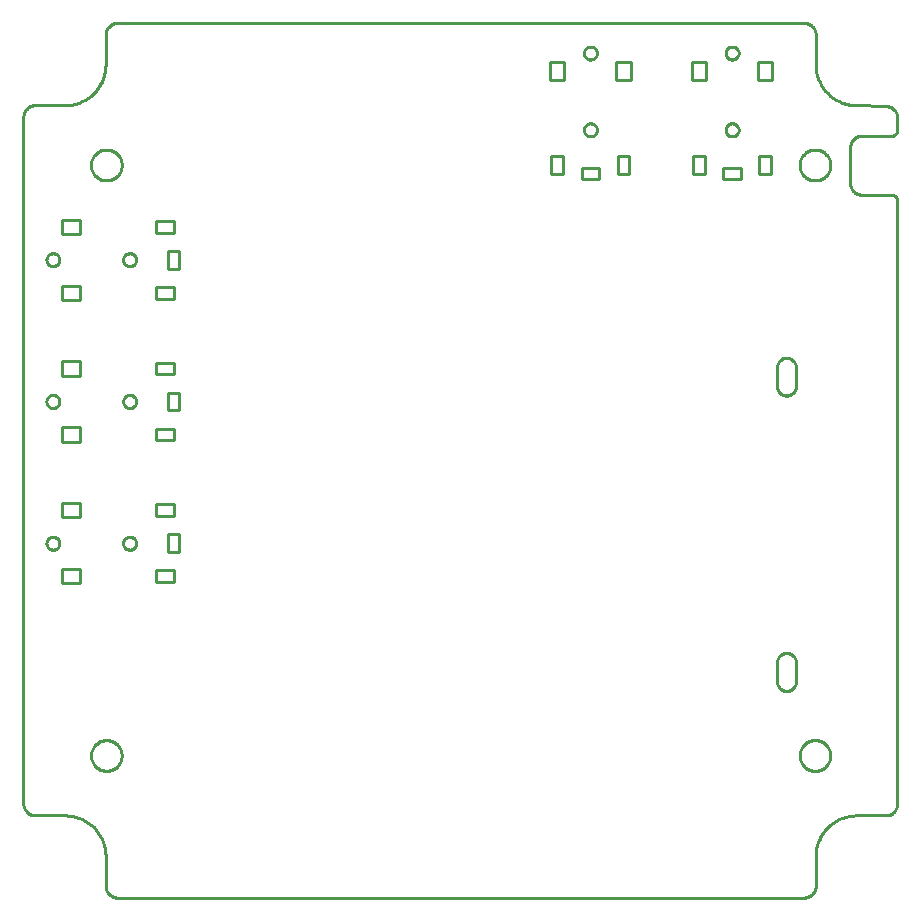
<source format=gko>
G04 EAGLE Gerber RS-274X export*
G75*
%MOMM*%
%FSLAX34Y34*%
%LPD*%
%IN*%
%IPPOS*%
%AMOC8*
5,1,8,0,0,1.08239X$1,22.5*%
G01*
%ADD10C,0.000000*%
%ADD11C,0.127000*%
%ADD12C,0.254000*%


D10*
X19500Y540000D02*
X19502Y540148D01*
X19508Y540296D01*
X19518Y540444D01*
X19532Y540592D01*
X19550Y540739D01*
X19572Y540886D01*
X19598Y541032D01*
X19627Y541177D01*
X19661Y541322D01*
X19699Y541465D01*
X19740Y541608D01*
X19785Y541749D01*
X19835Y541889D01*
X19887Y542027D01*
X19944Y542165D01*
X20004Y542300D01*
X20068Y542434D01*
X20135Y542566D01*
X20206Y542696D01*
X20281Y542825D01*
X20359Y542951D01*
X20440Y543075D01*
X20524Y543197D01*
X20612Y543316D01*
X20703Y543433D01*
X20797Y543548D01*
X20895Y543660D01*
X20995Y543769D01*
X21098Y543876D01*
X21204Y543980D01*
X21312Y544081D01*
X21424Y544179D01*
X21538Y544274D01*
X21654Y544365D01*
X21773Y544454D01*
X21894Y544539D01*
X22018Y544621D01*
X22144Y544700D01*
X22271Y544775D01*
X22401Y544847D01*
X22533Y544916D01*
X22666Y544980D01*
X22801Y545041D01*
X22938Y545099D01*
X23076Y545153D01*
X23216Y545203D01*
X23357Y545249D01*
X23499Y545291D01*
X23642Y545330D01*
X23786Y545364D01*
X23932Y545395D01*
X24077Y545422D01*
X24224Y545445D01*
X24371Y545464D01*
X24519Y545479D01*
X24666Y545490D01*
X24815Y545497D01*
X24963Y545500D01*
X25111Y545499D01*
X25259Y545494D01*
X25407Y545485D01*
X25555Y545472D01*
X25703Y545455D01*
X25849Y545434D01*
X25996Y545409D01*
X26141Y545380D01*
X26286Y545348D01*
X26429Y545311D01*
X26572Y545271D01*
X26714Y545226D01*
X26854Y545178D01*
X26993Y545126D01*
X27130Y545071D01*
X27266Y545011D01*
X27401Y544948D01*
X27533Y544882D01*
X27664Y544812D01*
X27793Y544738D01*
X27919Y544661D01*
X28044Y544581D01*
X28166Y544497D01*
X28287Y544410D01*
X28404Y544320D01*
X28520Y544226D01*
X28632Y544130D01*
X28742Y544031D01*
X28850Y543928D01*
X28954Y543823D01*
X29056Y543715D01*
X29154Y543604D01*
X29250Y543491D01*
X29343Y543375D01*
X29432Y543257D01*
X29518Y543136D01*
X29601Y543013D01*
X29681Y542888D01*
X29757Y542761D01*
X29830Y542631D01*
X29899Y542500D01*
X29964Y542367D01*
X30027Y542233D01*
X30085Y542096D01*
X30140Y541958D01*
X30190Y541819D01*
X30238Y541678D01*
X30281Y541537D01*
X30321Y541394D01*
X30356Y541250D01*
X30388Y541105D01*
X30416Y540959D01*
X30440Y540813D01*
X30460Y540666D01*
X30476Y540518D01*
X30488Y540371D01*
X30496Y540222D01*
X30500Y540074D01*
X30500Y539926D01*
X30496Y539778D01*
X30488Y539629D01*
X30476Y539482D01*
X30460Y539334D01*
X30440Y539187D01*
X30416Y539041D01*
X30388Y538895D01*
X30356Y538750D01*
X30321Y538606D01*
X30281Y538463D01*
X30238Y538322D01*
X30190Y538181D01*
X30140Y538042D01*
X30085Y537904D01*
X30027Y537767D01*
X29964Y537633D01*
X29899Y537500D01*
X29830Y537369D01*
X29757Y537239D01*
X29681Y537112D01*
X29601Y536987D01*
X29518Y536864D01*
X29432Y536743D01*
X29343Y536625D01*
X29250Y536509D01*
X29154Y536396D01*
X29056Y536285D01*
X28954Y536177D01*
X28850Y536072D01*
X28742Y535969D01*
X28632Y535870D01*
X28520Y535774D01*
X28404Y535680D01*
X28287Y535590D01*
X28166Y535503D01*
X28044Y535419D01*
X27919Y535339D01*
X27793Y535262D01*
X27664Y535188D01*
X27533Y535118D01*
X27401Y535052D01*
X27266Y534989D01*
X27130Y534929D01*
X26993Y534874D01*
X26854Y534822D01*
X26714Y534774D01*
X26572Y534729D01*
X26429Y534689D01*
X26286Y534652D01*
X26141Y534620D01*
X25996Y534591D01*
X25849Y534566D01*
X25703Y534545D01*
X25555Y534528D01*
X25407Y534515D01*
X25259Y534506D01*
X25111Y534501D01*
X24963Y534500D01*
X24815Y534503D01*
X24666Y534510D01*
X24519Y534521D01*
X24371Y534536D01*
X24224Y534555D01*
X24077Y534578D01*
X23932Y534605D01*
X23786Y534636D01*
X23642Y534670D01*
X23499Y534709D01*
X23357Y534751D01*
X23216Y534797D01*
X23076Y534847D01*
X22938Y534901D01*
X22801Y534959D01*
X22666Y535020D01*
X22533Y535084D01*
X22401Y535153D01*
X22271Y535225D01*
X22144Y535300D01*
X22018Y535379D01*
X21894Y535461D01*
X21773Y535546D01*
X21654Y535635D01*
X21538Y535726D01*
X21424Y535821D01*
X21312Y535919D01*
X21204Y536020D01*
X21098Y536124D01*
X20995Y536231D01*
X20895Y536340D01*
X20797Y536452D01*
X20703Y536567D01*
X20612Y536684D01*
X20524Y536803D01*
X20440Y536925D01*
X20359Y537049D01*
X20281Y537175D01*
X20206Y537304D01*
X20135Y537434D01*
X20068Y537566D01*
X20004Y537700D01*
X19944Y537835D01*
X19887Y537973D01*
X19835Y538111D01*
X19785Y538251D01*
X19740Y538392D01*
X19699Y538535D01*
X19661Y538678D01*
X19627Y538823D01*
X19598Y538968D01*
X19572Y539114D01*
X19550Y539261D01*
X19532Y539408D01*
X19518Y539556D01*
X19508Y539704D01*
X19502Y539852D01*
X19500Y540000D01*
X84500Y540000D02*
X84502Y540148D01*
X84508Y540296D01*
X84518Y540444D01*
X84532Y540592D01*
X84550Y540739D01*
X84572Y540886D01*
X84598Y541032D01*
X84627Y541177D01*
X84661Y541322D01*
X84699Y541465D01*
X84740Y541608D01*
X84785Y541749D01*
X84835Y541889D01*
X84887Y542027D01*
X84944Y542165D01*
X85004Y542300D01*
X85068Y542434D01*
X85135Y542566D01*
X85206Y542696D01*
X85281Y542825D01*
X85359Y542951D01*
X85440Y543075D01*
X85524Y543197D01*
X85612Y543316D01*
X85703Y543433D01*
X85797Y543548D01*
X85895Y543660D01*
X85995Y543769D01*
X86098Y543876D01*
X86204Y543980D01*
X86312Y544081D01*
X86424Y544179D01*
X86538Y544274D01*
X86654Y544365D01*
X86773Y544454D01*
X86894Y544539D01*
X87018Y544621D01*
X87144Y544700D01*
X87271Y544775D01*
X87401Y544847D01*
X87533Y544916D01*
X87666Y544980D01*
X87801Y545041D01*
X87938Y545099D01*
X88076Y545153D01*
X88216Y545203D01*
X88357Y545249D01*
X88499Y545291D01*
X88642Y545330D01*
X88786Y545364D01*
X88932Y545395D01*
X89077Y545422D01*
X89224Y545445D01*
X89371Y545464D01*
X89519Y545479D01*
X89666Y545490D01*
X89815Y545497D01*
X89963Y545500D01*
X90111Y545499D01*
X90259Y545494D01*
X90407Y545485D01*
X90555Y545472D01*
X90703Y545455D01*
X90849Y545434D01*
X90996Y545409D01*
X91141Y545380D01*
X91286Y545348D01*
X91429Y545311D01*
X91572Y545271D01*
X91714Y545226D01*
X91854Y545178D01*
X91993Y545126D01*
X92130Y545071D01*
X92266Y545011D01*
X92401Y544948D01*
X92533Y544882D01*
X92664Y544812D01*
X92793Y544738D01*
X92919Y544661D01*
X93044Y544581D01*
X93166Y544497D01*
X93287Y544410D01*
X93404Y544320D01*
X93520Y544226D01*
X93632Y544130D01*
X93742Y544031D01*
X93850Y543928D01*
X93954Y543823D01*
X94056Y543715D01*
X94154Y543604D01*
X94250Y543491D01*
X94343Y543375D01*
X94432Y543257D01*
X94518Y543136D01*
X94601Y543013D01*
X94681Y542888D01*
X94757Y542761D01*
X94830Y542631D01*
X94899Y542500D01*
X94964Y542367D01*
X95027Y542233D01*
X95085Y542096D01*
X95140Y541958D01*
X95190Y541819D01*
X95238Y541678D01*
X95281Y541537D01*
X95321Y541394D01*
X95356Y541250D01*
X95388Y541105D01*
X95416Y540959D01*
X95440Y540813D01*
X95460Y540666D01*
X95476Y540518D01*
X95488Y540371D01*
X95496Y540222D01*
X95500Y540074D01*
X95500Y539926D01*
X95496Y539778D01*
X95488Y539629D01*
X95476Y539482D01*
X95460Y539334D01*
X95440Y539187D01*
X95416Y539041D01*
X95388Y538895D01*
X95356Y538750D01*
X95321Y538606D01*
X95281Y538463D01*
X95238Y538322D01*
X95190Y538181D01*
X95140Y538042D01*
X95085Y537904D01*
X95027Y537767D01*
X94964Y537633D01*
X94899Y537500D01*
X94830Y537369D01*
X94757Y537239D01*
X94681Y537112D01*
X94601Y536987D01*
X94518Y536864D01*
X94432Y536743D01*
X94343Y536625D01*
X94250Y536509D01*
X94154Y536396D01*
X94056Y536285D01*
X93954Y536177D01*
X93850Y536072D01*
X93742Y535969D01*
X93632Y535870D01*
X93520Y535774D01*
X93404Y535680D01*
X93287Y535590D01*
X93166Y535503D01*
X93044Y535419D01*
X92919Y535339D01*
X92793Y535262D01*
X92664Y535188D01*
X92533Y535118D01*
X92401Y535052D01*
X92266Y534989D01*
X92130Y534929D01*
X91993Y534874D01*
X91854Y534822D01*
X91714Y534774D01*
X91572Y534729D01*
X91429Y534689D01*
X91286Y534652D01*
X91141Y534620D01*
X90996Y534591D01*
X90849Y534566D01*
X90703Y534545D01*
X90555Y534528D01*
X90407Y534515D01*
X90259Y534506D01*
X90111Y534501D01*
X89963Y534500D01*
X89815Y534503D01*
X89666Y534510D01*
X89519Y534521D01*
X89371Y534536D01*
X89224Y534555D01*
X89077Y534578D01*
X88932Y534605D01*
X88786Y534636D01*
X88642Y534670D01*
X88499Y534709D01*
X88357Y534751D01*
X88216Y534797D01*
X88076Y534847D01*
X87938Y534901D01*
X87801Y534959D01*
X87666Y535020D01*
X87533Y535084D01*
X87401Y535153D01*
X87271Y535225D01*
X87144Y535300D01*
X87018Y535379D01*
X86894Y535461D01*
X86773Y535546D01*
X86654Y535635D01*
X86538Y535726D01*
X86424Y535821D01*
X86312Y535919D01*
X86204Y536020D01*
X86098Y536124D01*
X85995Y536231D01*
X85895Y536340D01*
X85797Y536452D01*
X85703Y536567D01*
X85612Y536684D01*
X85524Y536803D01*
X85440Y536925D01*
X85359Y537049D01*
X85281Y537175D01*
X85206Y537304D01*
X85135Y537434D01*
X85068Y537566D01*
X85004Y537700D01*
X84944Y537835D01*
X84887Y537973D01*
X84835Y538111D01*
X84785Y538251D01*
X84740Y538392D01*
X84699Y538535D01*
X84661Y538678D01*
X84627Y538823D01*
X84598Y538968D01*
X84572Y539114D01*
X84550Y539261D01*
X84532Y539408D01*
X84518Y539556D01*
X84508Y539704D01*
X84502Y539852D01*
X84500Y540000D01*
X594500Y715000D02*
X594502Y715148D01*
X594508Y715296D01*
X594518Y715444D01*
X594532Y715592D01*
X594550Y715739D01*
X594572Y715886D01*
X594598Y716032D01*
X594627Y716177D01*
X594661Y716322D01*
X594699Y716465D01*
X594740Y716608D01*
X594785Y716749D01*
X594835Y716889D01*
X594887Y717027D01*
X594944Y717165D01*
X595004Y717300D01*
X595068Y717434D01*
X595135Y717566D01*
X595206Y717696D01*
X595281Y717825D01*
X595359Y717951D01*
X595440Y718075D01*
X595524Y718197D01*
X595612Y718316D01*
X595703Y718433D01*
X595797Y718548D01*
X595895Y718660D01*
X595995Y718769D01*
X596098Y718876D01*
X596204Y718980D01*
X596312Y719081D01*
X596424Y719179D01*
X596538Y719274D01*
X596654Y719365D01*
X596773Y719454D01*
X596894Y719539D01*
X597018Y719621D01*
X597144Y719700D01*
X597271Y719775D01*
X597401Y719847D01*
X597533Y719916D01*
X597666Y719980D01*
X597801Y720041D01*
X597938Y720099D01*
X598076Y720153D01*
X598216Y720203D01*
X598357Y720249D01*
X598499Y720291D01*
X598642Y720330D01*
X598786Y720364D01*
X598932Y720395D01*
X599077Y720422D01*
X599224Y720445D01*
X599371Y720464D01*
X599519Y720479D01*
X599666Y720490D01*
X599815Y720497D01*
X599963Y720500D01*
X600111Y720499D01*
X600259Y720494D01*
X600407Y720485D01*
X600555Y720472D01*
X600703Y720455D01*
X600849Y720434D01*
X600996Y720409D01*
X601141Y720380D01*
X601286Y720348D01*
X601429Y720311D01*
X601572Y720271D01*
X601714Y720226D01*
X601854Y720178D01*
X601993Y720126D01*
X602130Y720071D01*
X602266Y720011D01*
X602401Y719948D01*
X602533Y719882D01*
X602664Y719812D01*
X602793Y719738D01*
X602919Y719661D01*
X603044Y719581D01*
X603166Y719497D01*
X603287Y719410D01*
X603404Y719320D01*
X603520Y719226D01*
X603632Y719130D01*
X603742Y719031D01*
X603850Y718928D01*
X603954Y718823D01*
X604056Y718715D01*
X604154Y718604D01*
X604250Y718491D01*
X604343Y718375D01*
X604432Y718257D01*
X604518Y718136D01*
X604601Y718013D01*
X604681Y717888D01*
X604757Y717761D01*
X604830Y717631D01*
X604899Y717500D01*
X604964Y717367D01*
X605027Y717233D01*
X605085Y717096D01*
X605140Y716958D01*
X605190Y716819D01*
X605238Y716678D01*
X605281Y716537D01*
X605321Y716394D01*
X605356Y716250D01*
X605388Y716105D01*
X605416Y715959D01*
X605440Y715813D01*
X605460Y715666D01*
X605476Y715518D01*
X605488Y715371D01*
X605496Y715222D01*
X605500Y715074D01*
X605500Y714926D01*
X605496Y714778D01*
X605488Y714629D01*
X605476Y714482D01*
X605460Y714334D01*
X605440Y714187D01*
X605416Y714041D01*
X605388Y713895D01*
X605356Y713750D01*
X605321Y713606D01*
X605281Y713463D01*
X605238Y713322D01*
X605190Y713181D01*
X605140Y713042D01*
X605085Y712904D01*
X605027Y712767D01*
X604964Y712633D01*
X604899Y712500D01*
X604830Y712369D01*
X604757Y712239D01*
X604681Y712112D01*
X604601Y711987D01*
X604518Y711864D01*
X604432Y711743D01*
X604343Y711625D01*
X604250Y711509D01*
X604154Y711396D01*
X604056Y711285D01*
X603954Y711177D01*
X603850Y711072D01*
X603742Y710969D01*
X603632Y710870D01*
X603520Y710774D01*
X603404Y710680D01*
X603287Y710590D01*
X603166Y710503D01*
X603044Y710419D01*
X602919Y710339D01*
X602793Y710262D01*
X602664Y710188D01*
X602533Y710118D01*
X602401Y710052D01*
X602266Y709989D01*
X602130Y709929D01*
X601993Y709874D01*
X601854Y709822D01*
X601714Y709774D01*
X601572Y709729D01*
X601429Y709689D01*
X601286Y709652D01*
X601141Y709620D01*
X600996Y709591D01*
X600849Y709566D01*
X600703Y709545D01*
X600555Y709528D01*
X600407Y709515D01*
X600259Y709506D01*
X600111Y709501D01*
X599963Y709500D01*
X599815Y709503D01*
X599666Y709510D01*
X599519Y709521D01*
X599371Y709536D01*
X599224Y709555D01*
X599077Y709578D01*
X598932Y709605D01*
X598786Y709636D01*
X598642Y709670D01*
X598499Y709709D01*
X598357Y709751D01*
X598216Y709797D01*
X598076Y709847D01*
X597938Y709901D01*
X597801Y709959D01*
X597666Y710020D01*
X597533Y710084D01*
X597401Y710153D01*
X597271Y710225D01*
X597144Y710300D01*
X597018Y710379D01*
X596894Y710461D01*
X596773Y710546D01*
X596654Y710635D01*
X596538Y710726D01*
X596424Y710821D01*
X596312Y710919D01*
X596204Y711020D01*
X596098Y711124D01*
X595995Y711231D01*
X595895Y711340D01*
X595797Y711452D01*
X595703Y711567D01*
X595612Y711684D01*
X595524Y711803D01*
X595440Y711925D01*
X595359Y712049D01*
X595281Y712175D01*
X595206Y712304D01*
X595135Y712434D01*
X595068Y712566D01*
X595004Y712700D01*
X594944Y712835D01*
X594887Y712973D01*
X594835Y713111D01*
X594785Y713251D01*
X594740Y713392D01*
X594699Y713535D01*
X594661Y713678D01*
X594627Y713823D01*
X594598Y713968D01*
X594572Y714114D01*
X594550Y714261D01*
X594532Y714408D01*
X594518Y714556D01*
X594508Y714704D01*
X594502Y714852D01*
X594500Y715000D01*
X594500Y650000D02*
X594502Y650148D01*
X594508Y650296D01*
X594518Y650444D01*
X594532Y650592D01*
X594550Y650739D01*
X594572Y650886D01*
X594598Y651032D01*
X594627Y651177D01*
X594661Y651322D01*
X594699Y651465D01*
X594740Y651608D01*
X594785Y651749D01*
X594835Y651889D01*
X594887Y652027D01*
X594944Y652165D01*
X595004Y652300D01*
X595068Y652434D01*
X595135Y652566D01*
X595206Y652696D01*
X595281Y652825D01*
X595359Y652951D01*
X595440Y653075D01*
X595524Y653197D01*
X595612Y653316D01*
X595703Y653433D01*
X595797Y653548D01*
X595895Y653660D01*
X595995Y653769D01*
X596098Y653876D01*
X596204Y653980D01*
X596312Y654081D01*
X596424Y654179D01*
X596538Y654274D01*
X596654Y654365D01*
X596773Y654454D01*
X596894Y654539D01*
X597018Y654621D01*
X597144Y654700D01*
X597271Y654775D01*
X597401Y654847D01*
X597533Y654916D01*
X597666Y654980D01*
X597801Y655041D01*
X597938Y655099D01*
X598076Y655153D01*
X598216Y655203D01*
X598357Y655249D01*
X598499Y655291D01*
X598642Y655330D01*
X598786Y655364D01*
X598932Y655395D01*
X599077Y655422D01*
X599224Y655445D01*
X599371Y655464D01*
X599519Y655479D01*
X599666Y655490D01*
X599815Y655497D01*
X599963Y655500D01*
X600111Y655499D01*
X600259Y655494D01*
X600407Y655485D01*
X600555Y655472D01*
X600703Y655455D01*
X600849Y655434D01*
X600996Y655409D01*
X601141Y655380D01*
X601286Y655348D01*
X601429Y655311D01*
X601572Y655271D01*
X601714Y655226D01*
X601854Y655178D01*
X601993Y655126D01*
X602130Y655071D01*
X602266Y655011D01*
X602401Y654948D01*
X602533Y654882D01*
X602664Y654812D01*
X602793Y654738D01*
X602919Y654661D01*
X603044Y654581D01*
X603166Y654497D01*
X603287Y654410D01*
X603404Y654320D01*
X603520Y654226D01*
X603632Y654130D01*
X603742Y654031D01*
X603850Y653928D01*
X603954Y653823D01*
X604056Y653715D01*
X604154Y653604D01*
X604250Y653491D01*
X604343Y653375D01*
X604432Y653257D01*
X604518Y653136D01*
X604601Y653013D01*
X604681Y652888D01*
X604757Y652761D01*
X604830Y652631D01*
X604899Y652500D01*
X604964Y652367D01*
X605027Y652233D01*
X605085Y652096D01*
X605140Y651958D01*
X605190Y651819D01*
X605238Y651678D01*
X605281Y651537D01*
X605321Y651394D01*
X605356Y651250D01*
X605388Y651105D01*
X605416Y650959D01*
X605440Y650813D01*
X605460Y650666D01*
X605476Y650518D01*
X605488Y650371D01*
X605496Y650222D01*
X605500Y650074D01*
X605500Y649926D01*
X605496Y649778D01*
X605488Y649629D01*
X605476Y649482D01*
X605460Y649334D01*
X605440Y649187D01*
X605416Y649041D01*
X605388Y648895D01*
X605356Y648750D01*
X605321Y648606D01*
X605281Y648463D01*
X605238Y648322D01*
X605190Y648181D01*
X605140Y648042D01*
X605085Y647904D01*
X605027Y647767D01*
X604964Y647633D01*
X604899Y647500D01*
X604830Y647369D01*
X604757Y647239D01*
X604681Y647112D01*
X604601Y646987D01*
X604518Y646864D01*
X604432Y646743D01*
X604343Y646625D01*
X604250Y646509D01*
X604154Y646396D01*
X604056Y646285D01*
X603954Y646177D01*
X603850Y646072D01*
X603742Y645969D01*
X603632Y645870D01*
X603520Y645774D01*
X603404Y645680D01*
X603287Y645590D01*
X603166Y645503D01*
X603044Y645419D01*
X602919Y645339D01*
X602793Y645262D01*
X602664Y645188D01*
X602533Y645118D01*
X602401Y645052D01*
X602266Y644989D01*
X602130Y644929D01*
X601993Y644874D01*
X601854Y644822D01*
X601714Y644774D01*
X601572Y644729D01*
X601429Y644689D01*
X601286Y644652D01*
X601141Y644620D01*
X600996Y644591D01*
X600849Y644566D01*
X600703Y644545D01*
X600555Y644528D01*
X600407Y644515D01*
X600259Y644506D01*
X600111Y644501D01*
X599963Y644500D01*
X599815Y644503D01*
X599666Y644510D01*
X599519Y644521D01*
X599371Y644536D01*
X599224Y644555D01*
X599077Y644578D01*
X598932Y644605D01*
X598786Y644636D01*
X598642Y644670D01*
X598499Y644709D01*
X598357Y644751D01*
X598216Y644797D01*
X598076Y644847D01*
X597938Y644901D01*
X597801Y644959D01*
X597666Y645020D01*
X597533Y645084D01*
X597401Y645153D01*
X597271Y645225D01*
X597144Y645300D01*
X597018Y645379D01*
X596894Y645461D01*
X596773Y645546D01*
X596654Y645635D01*
X596538Y645726D01*
X596424Y645821D01*
X596312Y645919D01*
X596204Y646020D01*
X596098Y646124D01*
X595995Y646231D01*
X595895Y646340D01*
X595797Y646452D01*
X595703Y646567D01*
X595612Y646684D01*
X595524Y646803D01*
X595440Y646925D01*
X595359Y647049D01*
X595281Y647175D01*
X595206Y647304D01*
X595135Y647434D01*
X595068Y647566D01*
X595004Y647700D01*
X594944Y647835D01*
X594887Y647973D01*
X594835Y648111D01*
X594785Y648251D01*
X594740Y648392D01*
X594699Y648535D01*
X594661Y648678D01*
X594627Y648823D01*
X594598Y648968D01*
X594572Y649114D01*
X594550Y649261D01*
X594532Y649408D01*
X594518Y649556D01*
X594508Y649704D01*
X594502Y649852D01*
X594500Y650000D01*
X19500Y420000D02*
X19502Y420148D01*
X19508Y420296D01*
X19518Y420444D01*
X19532Y420592D01*
X19550Y420739D01*
X19572Y420886D01*
X19598Y421032D01*
X19627Y421177D01*
X19661Y421322D01*
X19699Y421465D01*
X19740Y421608D01*
X19785Y421749D01*
X19835Y421889D01*
X19887Y422027D01*
X19944Y422165D01*
X20004Y422300D01*
X20068Y422434D01*
X20135Y422566D01*
X20206Y422696D01*
X20281Y422825D01*
X20359Y422951D01*
X20440Y423075D01*
X20524Y423197D01*
X20612Y423316D01*
X20703Y423433D01*
X20797Y423548D01*
X20895Y423660D01*
X20995Y423769D01*
X21098Y423876D01*
X21204Y423980D01*
X21312Y424081D01*
X21424Y424179D01*
X21538Y424274D01*
X21654Y424365D01*
X21773Y424454D01*
X21894Y424539D01*
X22018Y424621D01*
X22144Y424700D01*
X22271Y424775D01*
X22401Y424847D01*
X22533Y424916D01*
X22666Y424980D01*
X22801Y425041D01*
X22938Y425099D01*
X23076Y425153D01*
X23216Y425203D01*
X23357Y425249D01*
X23499Y425291D01*
X23642Y425330D01*
X23786Y425364D01*
X23932Y425395D01*
X24077Y425422D01*
X24224Y425445D01*
X24371Y425464D01*
X24519Y425479D01*
X24666Y425490D01*
X24815Y425497D01*
X24963Y425500D01*
X25111Y425499D01*
X25259Y425494D01*
X25407Y425485D01*
X25555Y425472D01*
X25703Y425455D01*
X25849Y425434D01*
X25996Y425409D01*
X26141Y425380D01*
X26286Y425348D01*
X26429Y425311D01*
X26572Y425271D01*
X26714Y425226D01*
X26854Y425178D01*
X26993Y425126D01*
X27130Y425071D01*
X27266Y425011D01*
X27401Y424948D01*
X27533Y424882D01*
X27664Y424812D01*
X27793Y424738D01*
X27919Y424661D01*
X28044Y424581D01*
X28166Y424497D01*
X28287Y424410D01*
X28404Y424320D01*
X28520Y424226D01*
X28632Y424130D01*
X28742Y424031D01*
X28850Y423928D01*
X28954Y423823D01*
X29056Y423715D01*
X29154Y423604D01*
X29250Y423491D01*
X29343Y423375D01*
X29432Y423257D01*
X29518Y423136D01*
X29601Y423013D01*
X29681Y422888D01*
X29757Y422761D01*
X29830Y422631D01*
X29899Y422500D01*
X29964Y422367D01*
X30027Y422233D01*
X30085Y422096D01*
X30140Y421958D01*
X30190Y421819D01*
X30238Y421678D01*
X30281Y421537D01*
X30321Y421394D01*
X30356Y421250D01*
X30388Y421105D01*
X30416Y420959D01*
X30440Y420813D01*
X30460Y420666D01*
X30476Y420518D01*
X30488Y420371D01*
X30496Y420222D01*
X30500Y420074D01*
X30500Y419926D01*
X30496Y419778D01*
X30488Y419629D01*
X30476Y419482D01*
X30460Y419334D01*
X30440Y419187D01*
X30416Y419041D01*
X30388Y418895D01*
X30356Y418750D01*
X30321Y418606D01*
X30281Y418463D01*
X30238Y418322D01*
X30190Y418181D01*
X30140Y418042D01*
X30085Y417904D01*
X30027Y417767D01*
X29964Y417633D01*
X29899Y417500D01*
X29830Y417369D01*
X29757Y417239D01*
X29681Y417112D01*
X29601Y416987D01*
X29518Y416864D01*
X29432Y416743D01*
X29343Y416625D01*
X29250Y416509D01*
X29154Y416396D01*
X29056Y416285D01*
X28954Y416177D01*
X28850Y416072D01*
X28742Y415969D01*
X28632Y415870D01*
X28520Y415774D01*
X28404Y415680D01*
X28287Y415590D01*
X28166Y415503D01*
X28044Y415419D01*
X27919Y415339D01*
X27793Y415262D01*
X27664Y415188D01*
X27533Y415118D01*
X27401Y415052D01*
X27266Y414989D01*
X27130Y414929D01*
X26993Y414874D01*
X26854Y414822D01*
X26714Y414774D01*
X26572Y414729D01*
X26429Y414689D01*
X26286Y414652D01*
X26141Y414620D01*
X25996Y414591D01*
X25849Y414566D01*
X25703Y414545D01*
X25555Y414528D01*
X25407Y414515D01*
X25259Y414506D01*
X25111Y414501D01*
X24963Y414500D01*
X24815Y414503D01*
X24666Y414510D01*
X24519Y414521D01*
X24371Y414536D01*
X24224Y414555D01*
X24077Y414578D01*
X23932Y414605D01*
X23786Y414636D01*
X23642Y414670D01*
X23499Y414709D01*
X23357Y414751D01*
X23216Y414797D01*
X23076Y414847D01*
X22938Y414901D01*
X22801Y414959D01*
X22666Y415020D01*
X22533Y415084D01*
X22401Y415153D01*
X22271Y415225D01*
X22144Y415300D01*
X22018Y415379D01*
X21894Y415461D01*
X21773Y415546D01*
X21654Y415635D01*
X21538Y415726D01*
X21424Y415821D01*
X21312Y415919D01*
X21204Y416020D01*
X21098Y416124D01*
X20995Y416231D01*
X20895Y416340D01*
X20797Y416452D01*
X20703Y416567D01*
X20612Y416684D01*
X20524Y416803D01*
X20440Y416925D01*
X20359Y417049D01*
X20281Y417175D01*
X20206Y417304D01*
X20135Y417434D01*
X20068Y417566D01*
X20004Y417700D01*
X19944Y417835D01*
X19887Y417973D01*
X19835Y418111D01*
X19785Y418251D01*
X19740Y418392D01*
X19699Y418535D01*
X19661Y418678D01*
X19627Y418823D01*
X19598Y418968D01*
X19572Y419114D01*
X19550Y419261D01*
X19532Y419408D01*
X19518Y419556D01*
X19508Y419704D01*
X19502Y419852D01*
X19500Y420000D01*
X84500Y420000D02*
X84502Y420148D01*
X84508Y420296D01*
X84518Y420444D01*
X84532Y420592D01*
X84550Y420739D01*
X84572Y420886D01*
X84598Y421032D01*
X84627Y421177D01*
X84661Y421322D01*
X84699Y421465D01*
X84740Y421608D01*
X84785Y421749D01*
X84835Y421889D01*
X84887Y422027D01*
X84944Y422165D01*
X85004Y422300D01*
X85068Y422434D01*
X85135Y422566D01*
X85206Y422696D01*
X85281Y422825D01*
X85359Y422951D01*
X85440Y423075D01*
X85524Y423197D01*
X85612Y423316D01*
X85703Y423433D01*
X85797Y423548D01*
X85895Y423660D01*
X85995Y423769D01*
X86098Y423876D01*
X86204Y423980D01*
X86312Y424081D01*
X86424Y424179D01*
X86538Y424274D01*
X86654Y424365D01*
X86773Y424454D01*
X86894Y424539D01*
X87018Y424621D01*
X87144Y424700D01*
X87271Y424775D01*
X87401Y424847D01*
X87533Y424916D01*
X87666Y424980D01*
X87801Y425041D01*
X87938Y425099D01*
X88076Y425153D01*
X88216Y425203D01*
X88357Y425249D01*
X88499Y425291D01*
X88642Y425330D01*
X88786Y425364D01*
X88932Y425395D01*
X89077Y425422D01*
X89224Y425445D01*
X89371Y425464D01*
X89519Y425479D01*
X89666Y425490D01*
X89815Y425497D01*
X89963Y425500D01*
X90111Y425499D01*
X90259Y425494D01*
X90407Y425485D01*
X90555Y425472D01*
X90703Y425455D01*
X90849Y425434D01*
X90996Y425409D01*
X91141Y425380D01*
X91286Y425348D01*
X91429Y425311D01*
X91572Y425271D01*
X91714Y425226D01*
X91854Y425178D01*
X91993Y425126D01*
X92130Y425071D01*
X92266Y425011D01*
X92401Y424948D01*
X92533Y424882D01*
X92664Y424812D01*
X92793Y424738D01*
X92919Y424661D01*
X93044Y424581D01*
X93166Y424497D01*
X93287Y424410D01*
X93404Y424320D01*
X93520Y424226D01*
X93632Y424130D01*
X93742Y424031D01*
X93850Y423928D01*
X93954Y423823D01*
X94056Y423715D01*
X94154Y423604D01*
X94250Y423491D01*
X94343Y423375D01*
X94432Y423257D01*
X94518Y423136D01*
X94601Y423013D01*
X94681Y422888D01*
X94757Y422761D01*
X94830Y422631D01*
X94899Y422500D01*
X94964Y422367D01*
X95027Y422233D01*
X95085Y422096D01*
X95140Y421958D01*
X95190Y421819D01*
X95238Y421678D01*
X95281Y421537D01*
X95321Y421394D01*
X95356Y421250D01*
X95388Y421105D01*
X95416Y420959D01*
X95440Y420813D01*
X95460Y420666D01*
X95476Y420518D01*
X95488Y420371D01*
X95496Y420222D01*
X95500Y420074D01*
X95500Y419926D01*
X95496Y419778D01*
X95488Y419629D01*
X95476Y419482D01*
X95460Y419334D01*
X95440Y419187D01*
X95416Y419041D01*
X95388Y418895D01*
X95356Y418750D01*
X95321Y418606D01*
X95281Y418463D01*
X95238Y418322D01*
X95190Y418181D01*
X95140Y418042D01*
X95085Y417904D01*
X95027Y417767D01*
X94964Y417633D01*
X94899Y417500D01*
X94830Y417369D01*
X94757Y417239D01*
X94681Y417112D01*
X94601Y416987D01*
X94518Y416864D01*
X94432Y416743D01*
X94343Y416625D01*
X94250Y416509D01*
X94154Y416396D01*
X94056Y416285D01*
X93954Y416177D01*
X93850Y416072D01*
X93742Y415969D01*
X93632Y415870D01*
X93520Y415774D01*
X93404Y415680D01*
X93287Y415590D01*
X93166Y415503D01*
X93044Y415419D01*
X92919Y415339D01*
X92793Y415262D01*
X92664Y415188D01*
X92533Y415118D01*
X92401Y415052D01*
X92266Y414989D01*
X92130Y414929D01*
X91993Y414874D01*
X91854Y414822D01*
X91714Y414774D01*
X91572Y414729D01*
X91429Y414689D01*
X91286Y414652D01*
X91141Y414620D01*
X90996Y414591D01*
X90849Y414566D01*
X90703Y414545D01*
X90555Y414528D01*
X90407Y414515D01*
X90259Y414506D01*
X90111Y414501D01*
X89963Y414500D01*
X89815Y414503D01*
X89666Y414510D01*
X89519Y414521D01*
X89371Y414536D01*
X89224Y414555D01*
X89077Y414578D01*
X88932Y414605D01*
X88786Y414636D01*
X88642Y414670D01*
X88499Y414709D01*
X88357Y414751D01*
X88216Y414797D01*
X88076Y414847D01*
X87938Y414901D01*
X87801Y414959D01*
X87666Y415020D01*
X87533Y415084D01*
X87401Y415153D01*
X87271Y415225D01*
X87144Y415300D01*
X87018Y415379D01*
X86894Y415461D01*
X86773Y415546D01*
X86654Y415635D01*
X86538Y415726D01*
X86424Y415821D01*
X86312Y415919D01*
X86204Y416020D01*
X86098Y416124D01*
X85995Y416231D01*
X85895Y416340D01*
X85797Y416452D01*
X85703Y416567D01*
X85612Y416684D01*
X85524Y416803D01*
X85440Y416925D01*
X85359Y417049D01*
X85281Y417175D01*
X85206Y417304D01*
X85135Y417434D01*
X85068Y417566D01*
X85004Y417700D01*
X84944Y417835D01*
X84887Y417973D01*
X84835Y418111D01*
X84785Y418251D01*
X84740Y418392D01*
X84699Y418535D01*
X84661Y418678D01*
X84627Y418823D01*
X84598Y418968D01*
X84572Y419114D01*
X84550Y419261D01*
X84532Y419408D01*
X84518Y419556D01*
X84508Y419704D01*
X84502Y419852D01*
X84500Y420000D01*
X19500Y300000D02*
X19502Y300148D01*
X19508Y300296D01*
X19518Y300444D01*
X19532Y300592D01*
X19550Y300739D01*
X19572Y300886D01*
X19598Y301032D01*
X19627Y301177D01*
X19661Y301322D01*
X19699Y301465D01*
X19740Y301608D01*
X19785Y301749D01*
X19835Y301889D01*
X19887Y302027D01*
X19944Y302165D01*
X20004Y302300D01*
X20068Y302434D01*
X20135Y302566D01*
X20206Y302696D01*
X20281Y302825D01*
X20359Y302951D01*
X20440Y303075D01*
X20524Y303197D01*
X20612Y303316D01*
X20703Y303433D01*
X20797Y303548D01*
X20895Y303660D01*
X20995Y303769D01*
X21098Y303876D01*
X21204Y303980D01*
X21312Y304081D01*
X21424Y304179D01*
X21538Y304274D01*
X21654Y304365D01*
X21773Y304454D01*
X21894Y304539D01*
X22018Y304621D01*
X22144Y304700D01*
X22271Y304775D01*
X22401Y304847D01*
X22533Y304916D01*
X22666Y304980D01*
X22801Y305041D01*
X22938Y305099D01*
X23076Y305153D01*
X23216Y305203D01*
X23357Y305249D01*
X23499Y305291D01*
X23642Y305330D01*
X23786Y305364D01*
X23932Y305395D01*
X24077Y305422D01*
X24224Y305445D01*
X24371Y305464D01*
X24519Y305479D01*
X24666Y305490D01*
X24815Y305497D01*
X24963Y305500D01*
X25111Y305499D01*
X25259Y305494D01*
X25407Y305485D01*
X25555Y305472D01*
X25703Y305455D01*
X25849Y305434D01*
X25996Y305409D01*
X26141Y305380D01*
X26286Y305348D01*
X26429Y305311D01*
X26572Y305271D01*
X26714Y305226D01*
X26854Y305178D01*
X26993Y305126D01*
X27130Y305071D01*
X27266Y305011D01*
X27401Y304948D01*
X27533Y304882D01*
X27664Y304812D01*
X27793Y304738D01*
X27919Y304661D01*
X28044Y304581D01*
X28166Y304497D01*
X28287Y304410D01*
X28404Y304320D01*
X28520Y304226D01*
X28632Y304130D01*
X28742Y304031D01*
X28850Y303928D01*
X28954Y303823D01*
X29056Y303715D01*
X29154Y303604D01*
X29250Y303491D01*
X29343Y303375D01*
X29432Y303257D01*
X29518Y303136D01*
X29601Y303013D01*
X29681Y302888D01*
X29757Y302761D01*
X29830Y302631D01*
X29899Y302500D01*
X29964Y302367D01*
X30027Y302233D01*
X30085Y302096D01*
X30140Y301958D01*
X30190Y301819D01*
X30238Y301678D01*
X30281Y301537D01*
X30321Y301394D01*
X30356Y301250D01*
X30388Y301105D01*
X30416Y300959D01*
X30440Y300813D01*
X30460Y300666D01*
X30476Y300518D01*
X30488Y300371D01*
X30496Y300222D01*
X30500Y300074D01*
X30500Y299926D01*
X30496Y299778D01*
X30488Y299629D01*
X30476Y299482D01*
X30460Y299334D01*
X30440Y299187D01*
X30416Y299041D01*
X30388Y298895D01*
X30356Y298750D01*
X30321Y298606D01*
X30281Y298463D01*
X30238Y298322D01*
X30190Y298181D01*
X30140Y298042D01*
X30085Y297904D01*
X30027Y297767D01*
X29964Y297633D01*
X29899Y297500D01*
X29830Y297369D01*
X29757Y297239D01*
X29681Y297112D01*
X29601Y296987D01*
X29518Y296864D01*
X29432Y296743D01*
X29343Y296625D01*
X29250Y296509D01*
X29154Y296396D01*
X29056Y296285D01*
X28954Y296177D01*
X28850Y296072D01*
X28742Y295969D01*
X28632Y295870D01*
X28520Y295774D01*
X28404Y295680D01*
X28287Y295590D01*
X28166Y295503D01*
X28044Y295419D01*
X27919Y295339D01*
X27793Y295262D01*
X27664Y295188D01*
X27533Y295118D01*
X27401Y295052D01*
X27266Y294989D01*
X27130Y294929D01*
X26993Y294874D01*
X26854Y294822D01*
X26714Y294774D01*
X26572Y294729D01*
X26429Y294689D01*
X26286Y294652D01*
X26141Y294620D01*
X25996Y294591D01*
X25849Y294566D01*
X25703Y294545D01*
X25555Y294528D01*
X25407Y294515D01*
X25259Y294506D01*
X25111Y294501D01*
X24963Y294500D01*
X24815Y294503D01*
X24666Y294510D01*
X24519Y294521D01*
X24371Y294536D01*
X24224Y294555D01*
X24077Y294578D01*
X23932Y294605D01*
X23786Y294636D01*
X23642Y294670D01*
X23499Y294709D01*
X23357Y294751D01*
X23216Y294797D01*
X23076Y294847D01*
X22938Y294901D01*
X22801Y294959D01*
X22666Y295020D01*
X22533Y295084D01*
X22401Y295153D01*
X22271Y295225D01*
X22144Y295300D01*
X22018Y295379D01*
X21894Y295461D01*
X21773Y295546D01*
X21654Y295635D01*
X21538Y295726D01*
X21424Y295821D01*
X21312Y295919D01*
X21204Y296020D01*
X21098Y296124D01*
X20995Y296231D01*
X20895Y296340D01*
X20797Y296452D01*
X20703Y296567D01*
X20612Y296684D01*
X20524Y296803D01*
X20440Y296925D01*
X20359Y297049D01*
X20281Y297175D01*
X20206Y297304D01*
X20135Y297434D01*
X20068Y297566D01*
X20004Y297700D01*
X19944Y297835D01*
X19887Y297973D01*
X19835Y298111D01*
X19785Y298251D01*
X19740Y298392D01*
X19699Y298535D01*
X19661Y298678D01*
X19627Y298823D01*
X19598Y298968D01*
X19572Y299114D01*
X19550Y299261D01*
X19532Y299408D01*
X19518Y299556D01*
X19508Y299704D01*
X19502Y299852D01*
X19500Y300000D01*
X84500Y300000D02*
X84502Y300148D01*
X84508Y300296D01*
X84518Y300444D01*
X84532Y300592D01*
X84550Y300739D01*
X84572Y300886D01*
X84598Y301032D01*
X84627Y301177D01*
X84661Y301322D01*
X84699Y301465D01*
X84740Y301608D01*
X84785Y301749D01*
X84835Y301889D01*
X84887Y302027D01*
X84944Y302165D01*
X85004Y302300D01*
X85068Y302434D01*
X85135Y302566D01*
X85206Y302696D01*
X85281Y302825D01*
X85359Y302951D01*
X85440Y303075D01*
X85524Y303197D01*
X85612Y303316D01*
X85703Y303433D01*
X85797Y303548D01*
X85895Y303660D01*
X85995Y303769D01*
X86098Y303876D01*
X86204Y303980D01*
X86312Y304081D01*
X86424Y304179D01*
X86538Y304274D01*
X86654Y304365D01*
X86773Y304454D01*
X86894Y304539D01*
X87018Y304621D01*
X87144Y304700D01*
X87271Y304775D01*
X87401Y304847D01*
X87533Y304916D01*
X87666Y304980D01*
X87801Y305041D01*
X87938Y305099D01*
X88076Y305153D01*
X88216Y305203D01*
X88357Y305249D01*
X88499Y305291D01*
X88642Y305330D01*
X88786Y305364D01*
X88932Y305395D01*
X89077Y305422D01*
X89224Y305445D01*
X89371Y305464D01*
X89519Y305479D01*
X89666Y305490D01*
X89815Y305497D01*
X89963Y305500D01*
X90111Y305499D01*
X90259Y305494D01*
X90407Y305485D01*
X90555Y305472D01*
X90703Y305455D01*
X90849Y305434D01*
X90996Y305409D01*
X91141Y305380D01*
X91286Y305348D01*
X91429Y305311D01*
X91572Y305271D01*
X91714Y305226D01*
X91854Y305178D01*
X91993Y305126D01*
X92130Y305071D01*
X92266Y305011D01*
X92401Y304948D01*
X92533Y304882D01*
X92664Y304812D01*
X92793Y304738D01*
X92919Y304661D01*
X93044Y304581D01*
X93166Y304497D01*
X93287Y304410D01*
X93404Y304320D01*
X93520Y304226D01*
X93632Y304130D01*
X93742Y304031D01*
X93850Y303928D01*
X93954Y303823D01*
X94056Y303715D01*
X94154Y303604D01*
X94250Y303491D01*
X94343Y303375D01*
X94432Y303257D01*
X94518Y303136D01*
X94601Y303013D01*
X94681Y302888D01*
X94757Y302761D01*
X94830Y302631D01*
X94899Y302500D01*
X94964Y302367D01*
X95027Y302233D01*
X95085Y302096D01*
X95140Y301958D01*
X95190Y301819D01*
X95238Y301678D01*
X95281Y301537D01*
X95321Y301394D01*
X95356Y301250D01*
X95388Y301105D01*
X95416Y300959D01*
X95440Y300813D01*
X95460Y300666D01*
X95476Y300518D01*
X95488Y300371D01*
X95496Y300222D01*
X95500Y300074D01*
X95500Y299926D01*
X95496Y299778D01*
X95488Y299629D01*
X95476Y299482D01*
X95460Y299334D01*
X95440Y299187D01*
X95416Y299041D01*
X95388Y298895D01*
X95356Y298750D01*
X95321Y298606D01*
X95281Y298463D01*
X95238Y298322D01*
X95190Y298181D01*
X95140Y298042D01*
X95085Y297904D01*
X95027Y297767D01*
X94964Y297633D01*
X94899Y297500D01*
X94830Y297369D01*
X94757Y297239D01*
X94681Y297112D01*
X94601Y296987D01*
X94518Y296864D01*
X94432Y296743D01*
X94343Y296625D01*
X94250Y296509D01*
X94154Y296396D01*
X94056Y296285D01*
X93954Y296177D01*
X93850Y296072D01*
X93742Y295969D01*
X93632Y295870D01*
X93520Y295774D01*
X93404Y295680D01*
X93287Y295590D01*
X93166Y295503D01*
X93044Y295419D01*
X92919Y295339D01*
X92793Y295262D01*
X92664Y295188D01*
X92533Y295118D01*
X92401Y295052D01*
X92266Y294989D01*
X92130Y294929D01*
X91993Y294874D01*
X91854Y294822D01*
X91714Y294774D01*
X91572Y294729D01*
X91429Y294689D01*
X91286Y294652D01*
X91141Y294620D01*
X90996Y294591D01*
X90849Y294566D01*
X90703Y294545D01*
X90555Y294528D01*
X90407Y294515D01*
X90259Y294506D01*
X90111Y294501D01*
X89963Y294500D01*
X89815Y294503D01*
X89666Y294510D01*
X89519Y294521D01*
X89371Y294536D01*
X89224Y294555D01*
X89077Y294578D01*
X88932Y294605D01*
X88786Y294636D01*
X88642Y294670D01*
X88499Y294709D01*
X88357Y294751D01*
X88216Y294797D01*
X88076Y294847D01*
X87938Y294901D01*
X87801Y294959D01*
X87666Y295020D01*
X87533Y295084D01*
X87401Y295153D01*
X87271Y295225D01*
X87144Y295300D01*
X87018Y295379D01*
X86894Y295461D01*
X86773Y295546D01*
X86654Y295635D01*
X86538Y295726D01*
X86424Y295821D01*
X86312Y295919D01*
X86204Y296020D01*
X86098Y296124D01*
X85995Y296231D01*
X85895Y296340D01*
X85797Y296452D01*
X85703Y296567D01*
X85612Y296684D01*
X85524Y296803D01*
X85440Y296925D01*
X85359Y297049D01*
X85281Y297175D01*
X85206Y297304D01*
X85135Y297434D01*
X85068Y297566D01*
X85004Y297700D01*
X84944Y297835D01*
X84887Y297973D01*
X84835Y298111D01*
X84785Y298251D01*
X84740Y298392D01*
X84699Y298535D01*
X84661Y298678D01*
X84627Y298823D01*
X84598Y298968D01*
X84572Y299114D01*
X84550Y299261D01*
X84532Y299408D01*
X84518Y299556D01*
X84508Y299704D01*
X84502Y299852D01*
X84500Y300000D01*
X474500Y715000D02*
X474502Y715148D01*
X474508Y715296D01*
X474518Y715444D01*
X474532Y715592D01*
X474550Y715739D01*
X474572Y715886D01*
X474598Y716032D01*
X474627Y716177D01*
X474661Y716322D01*
X474699Y716465D01*
X474740Y716608D01*
X474785Y716749D01*
X474835Y716889D01*
X474887Y717027D01*
X474944Y717165D01*
X475004Y717300D01*
X475068Y717434D01*
X475135Y717566D01*
X475206Y717696D01*
X475281Y717825D01*
X475359Y717951D01*
X475440Y718075D01*
X475524Y718197D01*
X475612Y718316D01*
X475703Y718433D01*
X475797Y718548D01*
X475895Y718660D01*
X475995Y718769D01*
X476098Y718876D01*
X476204Y718980D01*
X476312Y719081D01*
X476424Y719179D01*
X476538Y719274D01*
X476654Y719365D01*
X476773Y719454D01*
X476894Y719539D01*
X477018Y719621D01*
X477144Y719700D01*
X477271Y719775D01*
X477401Y719847D01*
X477533Y719916D01*
X477666Y719980D01*
X477801Y720041D01*
X477938Y720099D01*
X478076Y720153D01*
X478216Y720203D01*
X478357Y720249D01*
X478499Y720291D01*
X478642Y720330D01*
X478786Y720364D01*
X478932Y720395D01*
X479077Y720422D01*
X479224Y720445D01*
X479371Y720464D01*
X479519Y720479D01*
X479666Y720490D01*
X479815Y720497D01*
X479963Y720500D01*
X480111Y720499D01*
X480259Y720494D01*
X480407Y720485D01*
X480555Y720472D01*
X480703Y720455D01*
X480849Y720434D01*
X480996Y720409D01*
X481141Y720380D01*
X481286Y720348D01*
X481429Y720311D01*
X481572Y720271D01*
X481714Y720226D01*
X481854Y720178D01*
X481993Y720126D01*
X482130Y720071D01*
X482266Y720011D01*
X482401Y719948D01*
X482533Y719882D01*
X482664Y719812D01*
X482793Y719738D01*
X482919Y719661D01*
X483044Y719581D01*
X483166Y719497D01*
X483287Y719410D01*
X483404Y719320D01*
X483520Y719226D01*
X483632Y719130D01*
X483742Y719031D01*
X483850Y718928D01*
X483954Y718823D01*
X484056Y718715D01*
X484154Y718604D01*
X484250Y718491D01*
X484343Y718375D01*
X484432Y718257D01*
X484518Y718136D01*
X484601Y718013D01*
X484681Y717888D01*
X484757Y717761D01*
X484830Y717631D01*
X484899Y717500D01*
X484964Y717367D01*
X485027Y717233D01*
X485085Y717096D01*
X485140Y716958D01*
X485190Y716819D01*
X485238Y716678D01*
X485281Y716537D01*
X485321Y716394D01*
X485356Y716250D01*
X485388Y716105D01*
X485416Y715959D01*
X485440Y715813D01*
X485460Y715666D01*
X485476Y715518D01*
X485488Y715371D01*
X485496Y715222D01*
X485500Y715074D01*
X485500Y714926D01*
X485496Y714778D01*
X485488Y714629D01*
X485476Y714482D01*
X485460Y714334D01*
X485440Y714187D01*
X485416Y714041D01*
X485388Y713895D01*
X485356Y713750D01*
X485321Y713606D01*
X485281Y713463D01*
X485238Y713322D01*
X485190Y713181D01*
X485140Y713042D01*
X485085Y712904D01*
X485027Y712767D01*
X484964Y712633D01*
X484899Y712500D01*
X484830Y712369D01*
X484757Y712239D01*
X484681Y712112D01*
X484601Y711987D01*
X484518Y711864D01*
X484432Y711743D01*
X484343Y711625D01*
X484250Y711509D01*
X484154Y711396D01*
X484056Y711285D01*
X483954Y711177D01*
X483850Y711072D01*
X483742Y710969D01*
X483632Y710870D01*
X483520Y710774D01*
X483404Y710680D01*
X483287Y710590D01*
X483166Y710503D01*
X483044Y710419D01*
X482919Y710339D01*
X482793Y710262D01*
X482664Y710188D01*
X482533Y710118D01*
X482401Y710052D01*
X482266Y709989D01*
X482130Y709929D01*
X481993Y709874D01*
X481854Y709822D01*
X481714Y709774D01*
X481572Y709729D01*
X481429Y709689D01*
X481286Y709652D01*
X481141Y709620D01*
X480996Y709591D01*
X480849Y709566D01*
X480703Y709545D01*
X480555Y709528D01*
X480407Y709515D01*
X480259Y709506D01*
X480111Y709501D01*
X479963Y709500D01*
X479815Y709503D01*
X479666Y709510D01*
X479519Y709521D01*
X479371Y709536D01*
X479224Y709555D01*
X479077Y709578D01*
X478932Y709605D01*
X478786Y709636D01*
X478642Y709670D01*
X478499Y709709D01*
X478357Y709751D01*
X478216Y709797D01*
X478076Y709847D01*
X477938Y709901D01*
X477801Y709959D01*
X477666Y710020D01*
X477533Y710084D01*
X477401Y710153D01*
X477271Y710225D01*
X477144Y710300D01*
X477018Y710379D01*
X476894Y710461D01*
X476773Y710546D01*
X476654Y710635D01*
X476538Y710726D01*
X476424Y710821D01*
X476312Y710919D01*
X476204Y711020D01*
X476098Y711124D01*
X475995Y711231D01*
X475895Y711340D01*
X475797Y711452D01*
X475703Y711567D01*
X475612Y711684D01*
X475524Y711803D01*
X475440Y711925D01*
X475359Y712049D01*
X475281Y712175D01*
X475206Y712304D01*
X475135Y712434D01*
X475068Y712566D01*
X475004Y712700D01*
X474944Y712835D01*
X474887Y712973D01*
X474835Y713111D01*
X474785Y713251D01*
X474740Y713392D01*
X474699Y713535D01*
X474661Y713678D01*
X474627Y713823D01*
X474598Y713968D01*
X474572Y714114D01*
X474550Y714261D01*
X474532Y714408D01*
X474518Y714556D01*
X474508Y714704D01*
X474502Y714852D01*
X474500Y715000D01*
X474500Y650000D02*
X474502Y650148D01*
X474508Y650296D01*
X474518Y650444D01*
X474532Y650592D01*
X474550Y650739D01*
X474572Y650886D01*
X474598Y651032D01*
X474627Y651177D01*
X474661Y651322D01*
X474699Y651465D01*
X474740Y651608D01*
X474785Y651749D01*
X474835Y651889D01*
X474887Y652027D01*
X474944Y652165D01*
X475004Y652300D01*
X475068Y652434D01*
X475135Y652566D01*
X475206Y652696D01*
X475281Y652825D01*
X475359Y652951D01*
X475440Y653075D01*
X475524Y653197D01*
X475612Y653316D01*
X475703Y653433D01*
X475797Y653548D01*
X475895Y653660D01*
X475995Y653769D01*
X476098Y653876D01*
X476204Y653980D01*
X476312Y654081D01*
X476424Y654179D01*
X476538Y654274D01*
X476654Y654365D01*
X476773Y654454D01*
X476894Y654539D01*
X477018Y654621D01*
X477144Y654700D01*
X477271Y654775D01*
X477401Y654847D01*
X477533Y654916D01*
X477666Y654980D01*
X477801Y655041D01*
X477938Y655099D01*
X478076Y655153D01*
X478216Y655203D01*
X478357Y655249D01*
X478499Y655291D01*
X478642Y655330D01*
X478786Y655364D01*
X478932Y655395D01*
X479077Y655422D01*
X479224Y655445D01*
X479371Y655464D01*
X479519Y655479D01*
X479666Y655490D01*
X479815Y655497D01*
X479963Y655500D01*
X480111Y655499D01*
X480259Y655494D01*
X480407Y655485D01*
X480555Y655472D01*
X480703Y655455D01*
X480849Y655434D01*
X480996Y655409D01*
X481141Y655380D01*
X481286Y655348D01*
X481429Y655311D01*
X481572Y655271D01*
X481714Y655226D01*
X481854Y655178D01*
X481993Y655126D01*
X482130Y655071D01*
X482266Y655011D01*
X482401Y654948D01*
X482533Y654882D01*
X482664Y654812D01*
X482793Y654738D01*
X482919Y654661D01*
X483044Y654581D01*
X483166Y654497D01*
X483287Y654410D01*
X483404Y654320D01*
X483520Y654226D01*
X483632Y654130D01*
X483742Y654031D01*
X483850Y653928D01*
X483954Y653823D01*
X484056Y653715D01*
X484154Y653604D01*
X484250Y653491D01*
X484343Y653375D01*
X484432Y653257D01*
X484518Y653136D01*
X484601Y653013D01*
X484681Y652888D01*
X484757Y652761D01*
X484830Y652631D01*
X484899Y652500D01*
X484964Y652367D01*
X485027Y652233D01*
X485085Y652096D01*
X485140Y651958D01*
X485190Y651819D01*
X485238Y651678D01*
X485281Y651537D01*
X485321Y651394D01*
X485356Y651250D01*
X485388Y651105D01*
X485416Y650959D01*
X485440Y650813D01*
X485460Y650666D01*
X485476Y650518D01*
X485488Y650371D01*
X485496Y650222D01*
X485500Y650074D01*
X485500Y649926D01*
X485496Y649778D01*
X485488Y649629D01*
X485476Y649482D01*
X485460Y649334D01*
X485440Y649187D01*
X485416Y649041D01*
X485388Y648895D01*
X485356Y648750D01*
X485321Y648606D01*
X485281Y648463D01*
X485238Y648322D01*
X485190Y648181D01*
X485140Y648042D01*
X485085Y647904D01*
X485027Y647767D01*
X484964Y647633D01*
X484899Y647500D01*
X484830Y647369D01*
X484757Y647239D01*
X484681Y647112D01*
X484601Y646987D01*
X484518Y646864D01*
X484432Y646743D01*
X484343Y646625D01*
X484250Y646509D01*
X484154Y646396D01*
X484056Y646285D01*
X483954Y646177D01*
X483850Y646072D01*
X483742Y645969D01*
X483632Y645870D01*
X483520Y645774D01*
X483404Y645680D01*
X483287Y645590D01*
X483166Y645503D01*
X483044Y645419D01*
X482919Y645339D01*
X482793Y645262D01*
X482664Y645188D01*
X482533Y645118D01*
X482401Y645052D01*
X482266Y644989D01*
X482130Y644929D01*
X481993Y644874D01*
X481854Y644822D01*
X481714Y644774D01*
X481572Y644729D01*
X481429Y644689D01*
X481286Y644652D01*
X481141Y644620D01*
X480996Y644591D01*
X480849Y644566D01*
X480703Y644545D01*
X480555Y644528D01*
X480407Y644515D01*
X480259Y644506D01*
X480111Y644501D01*
X479963Y644500D01*
X479815Y644503D01*
X479666Y644510D01*
X479519Y644521D01*
X479371Y644536D01*
X479224Y644555D01*
X479077Y644578D01*
X478932Y644605D01*
X478786Y644636D01*
X478642Y644670D01*
X478499Y644709D01*
X478357Y644751D01*
X478216Y644797D01*
X478076Y644847D01*
X477938Y644901D01*
X477801Y644959D01*
X477666Y645020D01*
X477533Y645084D01*
X477401Y645153D01*
X477271Y645225D01*
X477144Y645300D01*
X477018Y645379D01*
X476894Y645461D01*
X476773Y645546D01*
X476654Y645635D01*
X476538Y645726D01*
X476424Y645821D01*
X476312Y645919D01*
X476204Y646020D01*
X476098Y646124D01*
X475995Y646231D01*
X475895Y646340D01*
X475797Y646452D01*
X475703Y646567D01*
X475612Y646684D01*
X475524Y646803D01*
X475440Y646925D01*
X475359Y647049D01*
X475281Y647175D01*
X475206Y647304D01*
X475135Y647434D01*
X475068Y647566D01*
X475004Y647700D01*
X474944Y647835D01*
X474887Y647973D01*
X474835Y648111D01*
X474785Y648251D01*
X474740Y648392D01*
X474699Y648535D01*
X474661Y648678D01*
X474627Y648823D01*
X474598Y648968D01*
X474572Y649114D01*
X474550Y649261D01*
X474532Y649408D01*
X474518Y649556D01*
X474508Y649704D01*
X474502Y649852D01*
X474500Y650000D01*
D11*
X670896Y10000D02*
X670893Y9758D01*
X670884Y9517D01*
X670870Y9276D01*
X670849Y9035D01*
X670823Y8795D01*
X670791Y8555D01*
X670753Y8316D01*
X670710Y8079D01*
X670660Y7842D01*
X670605Y7607D01*
X670545Y7373D01*
X670478Y7141D01*
X670407Y6910D01*
X670329Y6681D01*
X670246Y6454D01*
X670158Y6229D01*
X670064Y6006D01*
X669965Y5786D01*
X669860Y5568D01*
X669751Y5353D01*
X669636Y5140D01*
X669516Y4930D01*
X669391Y4724D01*
X669261Y4520D01*
X669126Y4319D01*
X668986Y4122D01*
X668842Y3928D01*
X668693Y3738D01*
X668539Y3552D01*
X668381Y3369D01*
X668219Y3190D01*
X668052Y3015D01*
X667881Y2844D01*
X667706Y2677D01*
X667527Y2515D01*
X667344Y2357D01*
X667158Y2203D01*
X666968Y2054D01*
X666774Y1910D01*
X666577Y1770D01*
X666376Y1635D01*
X666172Y1505D01*
X665966Y1380D01*
X665756Y1260D01*
X665543Y1145D01*
X665328Y1036D01*
X665110Y931D01*
X664890Y832D01*
X664667Y738D01*
X664442Y650D01*
X664215Y567D01*
X663986Y489D01*
X663755Y418D01*
X663523Y351D01*
X663289Y291D01*
X663054Y236D01*
X662817Y186D01*
X662580Y143D01*
X662341Y105D01*
X662101Y73D01*
X661861Y47D01*
X661620Y26D01*
X661379Y12D01*
X661138Y3D01*
X660896Y0D01*
X730000Y69500D02*
X730248Y69509D01*
X730495Y69524D01*
X730742Y69545D01*
X730988Y69572D01*
X731234Y69605D01*
X731478Y69644D01*
X731722Y69688D01*
X731965Y69739D01*
X732206Y69795D01*
X732446Y69858D01*
X732684Y69926D01*
X732920Y70000D01*
X733155Y70079D01*
X733388Y70164D01*
X733618Y70255D01*
X733847Y70351D01*
X734073Y70453D01*
X734296Y70560D01*
X734517Y70672D01*
X734735Y70790D01*
X734950Y70913D01*
X735162Y71042D01*
X735371Y71175D01*
X735576Y71313D01*
X735778Y71456D01*
X735977Y71605D01*
X736172Y71757D01*
X736363Y71915D01*
X736551Y72077D01*
X736734Y72244D01*
X736913Y72415D01*
X737089Y72590D01*
X737259Y72769D01*
X737426Y72953D01*
X737588Y73140D01*
X737745Y73331D01*
X737898Y73527D01*
X738046Y73725D01*
X738189Y73927D01*
X738328Y74133D01*
X738461Y74342D01*
X738589Y74554D01*
X738712Y74769D01*
X738830Y74987D01*
X738942Y75208D01*
X739049Y75431D01*
X739151Y75657D01*
X739247Y75886D01*
X739338Y76116D01*
X739423Y76349D01*
X739502Y76584D01*
X739576Y76820D01*
X739643Y77059D01*
X739706Y77298D01*
X739762Y77540D01*
X739812Y77782D01*
X739857Y78026D01*
X739896Y78271D01*
X739929Y78516D01*
X739955Y78763D01*
X739976Y79010D01*
X739991Y79257D01*
X740000Y79504D01*
X740003Y79752D01*
X740000Y80000D01*
X740000Y660000D02*
X739997Y660242D01*
X739988Y660483D01*
X739974Y660724D01*
X739953Y660965D01*
X739927Y661205D01*
X739895Y661445D01*
X739857Y661684D01*
X739814Y661921D01*
X739764Y662158D01*
X739709Y662393D01*
X739649Y662627D01*
X739582Y662859D01*
X739511Y663090D01*
X739433Y663319D01*
X739350Y663546D01*
X739262Y663771D01*
X739168Y663994D01*
X739069Y664214D01*
X738964Y664432D01*
X738855Y664647D01*
X738740Y664860D01*
X738620Y665070D01*
X738495Y665276D01*
X738365Y665480D01*
X738230Y665681D01*
X738090Y665878D01*
X737946Y666072D01*
X737797Y666262D01*
X737643Y666448D01*
X737485Y666631D01*
X737323Y666810D01*
X737156Y666985D01*
X736985Y667156D01*
X736810Y667323D01*
X736631Y667485D01*
X736448Y667643D01*
X736262Y667797D01*
X736072Y667946D01*
X735878Y668090D01*
X735681Y668230D01*
X735480Y668365D01*
X735276Y668495D01*
X735070Y668620D01*
X734860Y668740D01*
X734647Y668855D01*
X734432Y668964D01*
X734214Y669069D01*
X733994Y669168D01*
X733771Y669262D01*
X733546Y669350D01*
X733319Y669433D01*
X733090Y669511D01*
X732859Y669582D01*
X732627Y669649D01*
X732393Y669709D01*
X732158Y669764D01*
X731921Y669814D01*
X731684Y669857D01*
X731445Y669895D01*
X731205Y669927D01*
X730965Y669953D01*
X730724Y669974D01*
X730483Y669988D01*
X730242Y669997D01*
X730000Y670000D01*
X670896Y730395D02*
X670893Y730637D01*
X670884Y730878D01*
X670870Y731119D01*
X670849Y731360D01*
X670823Y731600D01*
X670791Y731840D01*
X670753Y732079D01*
X670710Y732316D01*
X670660Y732553D01*
X670605Y732788D01*
X670545Y733022D01*
X670478Y733254D01*
X670407Y733485D01*
X670329Y733714D01*
X670246Y733941D01*
X670158Y734166D01*
X670064Y734389D01*
X669965Y734609D01*
X669860Y734827D01*
X669751Y735042D01*
X669636Y735255D01*
X669516Y735465D01*
X669391Y735671D01*
X669261Y735875D01*
X669126Y736076D01*
X668986Y736273D01*
X668842Y736467D01*
X668693Y736657D01*
X668539Y736843D01*
X668381Y737026D01*
X668219Y737205D01*
X668052Y737380D01*
X667881Y737551D01*
X667706Y737718D01*
X667527Y737880D01*
X667344Y738038D01*
X667158Y738192D01*
X666968Y738341D01*
X666774Y738485D01*
X666577Y738625D01*
X666376Y738760D01*
X666172Y738890D01*
X665966Y739015D01*
X665756Y739135D01*
X665543Y739250D01*
X665328Y739359D01*
X665110Y739464D01*
X664890Y739563D01*
X664667Y739657D01*
X664442Y739745D01*
X664215Y739828D01*
X663986Y739906D01*
X663755Y739977D01*
X663523Y740044D01*
X663289Y740104D01*
X663054Y740159D01*
X662817Y740209D01*
X662580Y740252D01*
X662341Y740290D01*
X662101Y740322D01*
X661861Y740348D01*
X661620Y740369D01*
X661379Y740383D01*
X661138Y740392D01*
X660896Y740395D01*
X79499Y740395D02*
X79257Y740392D01*
X79016Y740383D01*
X78775Y740369D01*
X78534Y740348D01*
X78294Y740322D01*
X78054Y740290D01*
X77815Y740252D01*
X77578Y740209D01*
X77341Y740159D01*
X77106Y740104D01*
X76872Y740044D01*
X76640Y739977D01*
X76409Y739906D01*
X76180Y739828D01*
X75953Y739745D01*
X75728Y739657D01*
X75505Y739563D01*
X75285Y739464D01*
X75067Y739359D01*
X74852Y739250D01*
X74639Y739135D01*
X74429Y739015D01*
X74223Y738890D01*
X74019Y738760D01*
X73818Y738625D01*
X73621Y738485D01*
X73427Y738341D01*
X73237Y738192D01*
X73051Y738038D01*
X72868Y737880D01*
X72689Y737718D01*
X72514Y737551D01*
X72343Y737380D01*
X72176Y737205D01*
X72014Y737026D01*
X71856Y736843D01*
X71702Y736657D01*
X71553Y736467D01*
X71409Y736273D01*
X71269Y736076D01*
X71134Y735875D01*
X71004Y735671D01*
X70879Y735465D01*
X70759Y735255D01*
X70644Y735042D01*
X70535Y734827D01*
X70430Y734609D01*
X70331Y734389D01*
X70237Y734166D01*
X70149Y733941D01*
X70066Y733714D01*
X69988Y733485D01*
X69917Y733254D01*
X69850Y733022D01*
X69790Y732788D01*
X69735Y732553D01*
X69685Y732316D01*
X69642Y732079D01*
X69604Y731840D01*
X69572Y731600D01*
X69546Y731360D01*
X69525Y731119D01*
X69511Y730878D01*
X69502Y730637D01*
X69499Y730395D01*
X10000Y670896D02*
X9758Y670893D01*
X9517Y670884D01*
X9276Y670870D01*
X9035Y670849D01*
X8795Y670823D01*
X8555Y670791D01*
X8316Y670753D01*
X8079Y670710D01*
X7842Y670660D01*
X7607Y670605D01*
X7373Y670545D01*
X7141Y670478D01*
X6910Y670407D01*
X6681Y670329D01*
X6454Y670246D01*
X6229Y670158D01*
X6006Y670064D01*
X5786Y669965D01*
X5568Y669860D01*
X5353Y669751D01*
X5140Y669636D01*
X4930Y669516D01*
X4724Y669391D01*
X4520Y669261D01*
X4319Y669126D01*
X4122Y668986D01*
X3928Y668842D01*
X3738Y668693D01*
X3552Y668539D01*
X3369Y668381D01*
X3190Y668219D01*
X3015Y668052D01*
X2844Y667881D01*
X2677Y667706D01*
X2515Y667527D01*
X2357Y667344D01*
X2203Y667158D01*
X2054Y666968D01*
X1910Y666774D01*
X1770Y666577D01*
X1635Y666376D01*
X1505Y666172D01*
X1380Y665966D01*
X1260Y665756D01*
X1145Y665543D01*
X1036Y665328D01*
X931Y665110D01*
X832Y664890D01*
X738Y664667D01*
X650Y664442D01*
X567Y664215D01*
X489Y663986D01*
X418Y663755D01*
X351Y663523D01*
X291Y663289D01*
X236Y663054D01*
X186Y662817D01*
X143Y662580D01*
X105Y662341D01*
X73Y662101D01*
X47Y661861D01*
X26Y661620D01*
X12Y661379D01*
X3Y661138D01*
X0Y660896D01*
X0Y79499D02*
X3Y79257D01*
X12Y79016D01*
X26Y78775D01*
X47Y78534D01*
X73Y78294D01*
X105Y78054D01*
X143Y77815D01*
X186Y77578D01*
X236Y77341D01*
X291Y77106D01*
X351Y76872D01*
X418Y76640D01*
X489Y76409D01*
X567Y76180D01*
X650Y75953D01*
X738Y75728D01*
X832Y75505D01*
X931Y75285D01*
X1036Y75067D01*
X1145Y74852D01*
X1260Y74639D01*
X1380Y74429D01*
X1505Y74223D01*
X1635Y74019D01*
X1770Y73818D01*
X1910Y73621D01*
X2054Y73427D01*
X2203Y73237D01*
X2357Y73051D01*
X2515Y72868D01*
X2677Y72689D01*
X2844Y72514D01*
X3015Y72343D01*
X3190Y72176D01*
X3369Y72014D01*
X3552Y71856D01*
X3738Y71702D01*
X3928Y71553D01*
X4122Y71409D01*
X4319Y71269D01*
X4520Y71134D01*
X4724Y71004D01*
X4930Y70879D01*
X5140Y70759D01*
X5353Y70644D01*
X5568Y70535D01*
X5786Y70430D01*
X6006Y70331D01*
X6229Y70237D01*
X6454Y70149D01*
X6681Y70066D01*
X6910Y69988D01*
X7141Y69917D01*
X7373Y69850D01*
X7607Y69790D01*
X7842Y69735D01*
X8079Y69685D01*
X8316Y69642D01*
X8555Y69604D01*
X8795Y69572D01*
X9035Y69546D01*
X9276Y69525D01*
X9517Y69511D01*
X9758Y69502D01*
X10000Y69499D01*
X69499Y10000D02*
X69502Y9758D01*
X69511Y9517D01*
X69525Y9276D01*
X69546Y9035D01*
X69572Y8795D01*
X69604Y8555D01*
X69642Y8316D01*
X69685Y8079D01*
X69735Y7842D01*
X69790Y7607D01*
X69850Y7373D01*
X69917Y7141D01*
X69988Y6910D01*
X70066Y6681D01*
X70149Y6454D01*
X70237Y6229D01*
X70331Y6006D01*
X70430Y5786D01*
X70535Y5568D01*
X70644Y5353D01*
X70759Y5140D01*
X70879Y4930D01*
X71004Y4724D01*
X71134Y4520D01*
X71269Y4319D01*
X71409Y4122D01*
X71553Y3928D01*
X71702Y3738D01*
X71856Y3552D01*
X72014Y3369D01*
X72176Y3190D01*
X72343Y3015D01*
X72514Y2844D01*
X72689Y2677D01*
X72868Y2515D01*
X73051Y2357D01*
X73237Y2203D01*
X73427Y2054D01*
X73621Y1910D01*
X73818Y1770D01*
X74019Y1635D01*
X74223Y1505D01*
X74429Y1380D01*
X74639Y1260D01*
X74852Y1145D01*
X75067Y1036D01*
X75285Y931D01*
X75505Y832D01*
X75728Y738D01*
X75953Y650D01*
X76180Y567D01*
X76409Y489D01*
X76640Y418D01*
X76872Y351D01*
X77106Y291D01*
X77341Y236D01*
X77578Y186D01*
X77815Y143D01*
X78054Y105D01*
X78294Y73D01*
X78534Y47D01*
X78775Y26D01*
X79016Y12D01*
X79257Y3D01*
X79499Y0D01*
X670896Y10000D02*
X670896Y35197D01*
X705197Y670896D02*
X730000Y670000D01*
X670896Y705197D02*
X670896Y730395D01*
X670895Y705197D02*
X670905Y704368D01*
X670935Y703540D01*
X670985Y702712D01*
X671055Y701886D01*
X671145Y701062D01*
X671255Y700241D01*
X671385Y699422D01*
X671534Y698607D01*
X671703Y697795D01*
X671892Y696988D01*
X672100Y696186D01*
X672327Y695389D01*
X672574Y694597D01*
X672840Y693812D01*
X673124Y693033D01*
X673427Y692262D01*
X673749Y691498D01*
X674089Y690742D01*
X674448Y689995D01*
X674824Y689256D01*
X675218Y688527D01*
X675630Y687807D01*
X676059Y687098D01*
X676504Y686399D01*
X676967Y685711D01*
X677446Y685035D01*
X677941Y684370D01*
X678453Y683718D01*
X678979Y683078D01*
X679522Y682451D01*
X680079Y681837D01*
X680651Y681237D01*
X681237Y680651D01*
X681837Y680079D01*
X682451Y679522D01*
X683078Y678979D01*
X683718Y678453D01*
X684370Y677941D01*
X685035Y677446D01*
X685711Y676967D01*
X686399Y676504D01*
X687098Y676059D01*
X687807Y675630D01*
X688527Y675218D01*
X689256Y674824D01*
X689995Y674448D01*
X690742Y674089D01*
X691498Y673749D01*
X692262Y673427D01*
X693033Y673124D01*
X693812Y672840D01*
X694597Y672574D01*
X695388Y672327D01*
X696186Y672100D01*
X696988Y671892D01*
X697795Y671703D01*
X698607Y671534D01*
X699422Y671385D01*
X700241Y671255D01*
X701062Y671145D01*
X701886Y671055D01*
X702712Y670985D01*
X703540Y670935D01*
X704368Y670905D01*
X705197Y670895D01*
X705197Y69499D02*
X730000Y69500D01*
X705197Y69499D02*
X704368Y69489D01*
X703540Y69459D01*
X702712Y69409D01*
X701886Y69339D01*
X701062Y69249D01*
X700241Y69139D01*
X699422Y69009D01*
X698607Y68860D01*
X697795Y68691D01*
X696988Y68502D01*
X696186Y68294D01*
X695388Y68067D01*
X694597Y67820D01*
X693812Y67554D01*
X693033Y67270D01*
X692262Y66967D01*
X691498Y66645D01*
X690742Y66305D01*
X689995Y65946D01*
X689256Y65570D01*
X688527Y65176D01*
X687807Y64764D01*
X687098Y64335D01*
X686399Y63890D01*
X685711Y63427D01*
X685035Y62948D01*
X684370Y62453D01*
X683718Y61941D01*
X683078Y61415D01*
X682451Y60872D01*
X681837Y60315D01*
X681237Y59743D01*
X680651Y59157D01*
X680079Y58557D01*
X679522Y57943D01*
X678979Y57316D01*
X678453Y56676D01*
X677941Y56024D01*
X677446Y55359D01*
X676967Y54683D01*
X676504Y53995D01*
X676059Y53296D01*
X675630Y52587D01*
X675218Y51867D01*
X674824Y51138D01*
X674448Y50399D01*
X674089Y49652D01*
X673749Y48896D01*
X673427Y48132D01*
X673124Y47361D01*
X672840Y46582D01*
X672574Y45797D01*
X672327Y45005D01*
X672100Y44208D01*
X671892Y43406D01*
X671703Y42599D01*
X671534Y41787D01*
X671385Y40972D01*
X671255Y40153D01*
X671145Y39332D01*
X671055Y38508D01*
X670985Y37682D01*
X670935Y36854D01*
X670905Y36026D01*
X670895Y35197D01*
X660896Y740395D02*
X79499Y740395D01*
X69499Y730395D02*
X69499Y705197D01*
X35197Y670896D02*
X10000Y670896D01*
X35197Y670895D02*
X36026Y670905D01*
X36854Y670935D01*
X37682Y670985D01*
X38508Y671055D01*
X39332Y671145D01*
X40153Y671255D01*
X40972Y671385D01*
X41787Y671534D01*
X42599Y671703D01*
X43406Y671892D01*
X44208Y672100D01*
X45006Y672327D01*
X45797Y672574D01*
X46582Y672840D01*
X47361Y673124D01*
X48132Y673427D01*
X48896Y673749D01*
X49652Y674089D01*
X50399Y674448D01*
X51138Y674824D01*
X51867Y675218D01*
X52587Y675630D01*
X53296Y676059D01*
X53995Y676504D01*
X54683Y676967D01*
X55359Y677446D01*
X56024Y677941D01*
X56676Y678453D01*
X57316Y678979D01*
X57943Y679522D01*
X58557Y680079D01*
X59157Y680651D01*
X59743Y681237D01*
X60315Y681837D01*
X60872Y682451D01*
X61415Y683078D01*
X61941Y683718D01*
X62453Y684370D01*
X62948Y685035D01*
X63427Y685711D01*
X63890Y686399D01*
X64335Y687098D01*
X64764Y687807D01*
X65176Y688527D01*
X65570Y689256D01*
X65946Y689995D01*
X66305Y690742D01*
X66645Y691498D01*
X66967Y692262D01*
X67270Y693033D01*
X67554Y693812D01*
X67820Y694597D01*
X68067Y695388D01*
X68294Y696186D01*
X68502Y696988D01*
X68691Y697795D01*
X68860Y698607D01*
X69009Y699422D01*
X69139Y700241D01*
X69249Y701062D01*
X69339Y701886D01*
X69409Y702712D01*
X69459Y703540D01*
X69489Y704368D01*
X69499Y705197D01*
X0Y660896D02*
X0Y79499D01*
X10000Y69499D02*
X35197Y69499D01*
X69499Y35197D02*
X69499Y10000D01*
X79499Y0D02*
X660896Y0D01*
X69499Y35197D02*
X69489Y36026D01*
X69459Y36854D01*
X69409Y37682D01*
X69339Y38508D01*
X69249Y39332D01*
X69139Y40153D01*
X69009Y40972D01*
X68860Y41787D01*
X68691Y42599D01*
X68502Y43406D01*
X68294Y44208D01*
X68067Y45006D01*
X67820Y45797D01*
X67554Y46582D01*
X67270Y47361D01*
X66967Y48132D01*
X66645Y48896D01*
X66305Y49652D01*
X65946Y50399D01*
X65570Y51138D01*
X65176Y51867D01*
X64764Y52587D01*
X64335Y53296D01*
X63890Y53995D01*
X63427Y54683D01*
X62948Y55359D01*
X62453Y56024D01*
X61941Y56676D01*
X61415Y57316D01*
X60872Y57943D01*
X60315Y58557D01*
X59743Y59157D01*
X59157Y59743D01*
X58557Y60315D01*
X57943Y60872D01*
X57316Y61415D01*
X56676Y61941D01*
X56024Y62453D01*
X55359Y62948D01*
X54683Y63427D01*
X53995Y63890D01*
X53296Y64335D01*
X52587Y64764D01*
X51867Y65176D01*
X51138Y65570D01*
X50399Y65946D01*
X49652Y66305D01*
X48896Y66645D01*
X48132Y66967D01*
X47361Y67270D01*
X46582Y67554D01*
X45797Y67820D01*
X45006Y68067D01*
X44208Y68294D01*
X43406Y68502D01*
X42599Y68691D01*
X41787Y68860D01*
X40972Y69009D01*
X40153Y69139D01*
X39332Y69249D01*
X38508Y69339D01*
X37682Y69409D01*
X36854Y69459D01*
X36026Y69489D01*
X35197Y69499D01*
D10*
X57197Y120197D02*
X57201Y120516D01*
X57213Y120835D01*
X57232Y121153D01*
X57260Y121471D01*
X57295Y121788D01*
X57338Y122104D01*
X57388Y122420D01*
X57447Y122733D01*
X57513Y123045D01*
X57587Y123356D01*
X57668Y123664D01*
X57757Y123971D01*
X57853Y124275D01*
X57957Y124577D01*
X58068Y124876D01*
X58187Y125172D01*
X58312Y125465D01*
X58445Y125755D01*
X58585Y126042D01*
X58732Y126325D01*
X58886Y126605D01*
X59047Y126880D01*
X59214Y127152D01*
X59388Y127419D01*
X59568Y127683D01*
X59755Y127941D01*
X59948Y128195D01*
X60148Y128444D01*
X60353Y128688D01*
X60565Y128927D01*
X60782Y129161D01*
X61005Y129389D01*
X61233Y129612D01*
X61467Y129829D01*
X61706Y130041D01*
X61950Y130246D01*
X62199Y130446D01*
X62453Y130639D01*
X62711Y130826D01*
X62975Y131006D01*
X63242Y131180D01*
X63514Y131347D01*
X63789Y131508D01*
X64069Y131662D01*
X64352Y131809D01*
X64639Y131949D01*
X64929Y132082D01*
X65222Y132207D01*
X65518Y132326D01*
X65817Y132437D01*
X66119Y132541D01*
X66423Y132637D01*
X66730Y132726D01*
X67038Y132807D01*
X67349Y132881D01*
X67661Y132947D01*
X67974Y133006D01*
X68290Y133056D01*
X68606Y133099D01*
X68923Y133134D01*
X69241Y133162D01*
X69559Y133181D01*
X69878Y133193D01*
X70197Y133197D01*
X70516Y133193D01*
X70835Y133181D01*
X71153Y133162D01*
X71471Y133134D01*
X71788Y133099D01*
X72104Y133056D01*
X72420Y133006D01*
X72733Y132947D01*
X73045Y132881D01*
X73356Y132807D01*
X73664Y132726D01*
X73971Y132637D01*
X74275Y132541D01*
X74577Y132437D01*
X74876Y132326D01*
X75172Y132207D01*
X75465Y132082D01*
X75755Y131949D01*
X76042Y131809D01*
X76325Y131662D01*
X76605Y131508D01*
X76880Y131347D01*
X77152Y131180D01*
X77419Y131006D01*
X77683Y130826D01*
X77941Y130639D01*
X78195Y130446D01*
X78444Y130246D01*
X78688Y130041D01*
X78927Y129829D01*
X79161Y129612D01*
X79389Y129389D01*
X79612Y129161D01*
X79829Y128927D01*
X80041Y128688D01*
X80246Y128444D01*
X80446Y128195D01*
X80639Y127941D01*
X80826Y127683D01*
X81006Y127419D01*
X81180Y127152D01*
X81347Y126880D01*
X81508Y126605D01*
X81662Y126325D01*
X81809Y126042D01*
X81949Y125755D01*
X82082Y125465D01*
X82207Y125172D01*
X82326Y124876D01*
X82437Y124577D01*
X82541Y124275D01*
X82637Y123971D01*
X82726Y123664D01*
X82807Y123356D01*
X82881Y123045D01*
X82947Y122733D01*
X83006Y122420D01*
X83056Y122104D01*
X83099Y121788D01*
X83134Y121471D01*
X83162Y121153D01*
X83181Y120835D01*
X83193Y120516D01*
X83197Y120197D01*
X83193Y119878D01*
X83181Y119559D01*
X83162Y119241D01*
X83134Y118923D01*
X83099Y118606D01*
X83056Y118290D01*
X83006Y117974D01*
X82947Y117661D01*
X82881Y117349D01*
X82807Y117038D01*
X82726Y116730D01*
X82637Y116423D01*
X82541Y116119D01*
X82437Y115817D01*
X82326Y115518D01*
X82207Y115222D01*
X82082Y114929D01*
X81949Y114639D01*
X81809Y114352D01*
X81662Y114069D01*
X81508Y113789D01*
X81347Y113514D01*
X81180Y113242D01*
X81006Y112975D01*
X80826Y112711D01*
X80639Y112453D01*
X80446Y112199D01*
X80246Y111950D01*
X80041Y111706D01*
X79829Y111467D01*
X79612Y111233D01*
X79389Y111005D01*
X79161Y110782D01*
X78927Y110565D01*
X78688Y110353D01*
X78444Y110148D01*
X78195Y109948D01*
X77941Y109755D01*
X77683Y109568D01*
X77419Y109388D01*
X77152Y109214D01*
X76880Y109047D01*
X76605Y108886D01*
X76325Y108732D01*
X76042Y108585D01*
X75755Y108445D01*
X75465Y108312D01*
X75172Y108187D01*
X74876Y108068D01*
X74577Y107957D01*
X74275Y107853D01*
X73971Y107757D01*
X73664Y107668D01*
X73356Y107587D01*
X73045Y107513D01*
X72733Y107447D01*
X72420Y107388D01*
X72104Y107338D01*
X71788Y107295D01*
X71471Y107260D01*
X71153Y107232D01*
X70835Y107213D01*
X70516Y107201D01*
X70197Y107197D01*
X69878Y107201D01*
X69559Y107213D01*
X69241Y107232D01*
X68923Y107260D01*
X68606Y107295D01*
X68290Y107338D01*
X67974Y107388D01*
X67661Y107447D01*
X67349Y107513D01*
X67038Y107587D01*
X66730Y107668D01*
X66423Y107757D01*
X66119Y107853D01*
X65817Y107957D01*
X65518Y108068D01*
X65222Y108187D01*
X64929Y108312D01*
X64639Y108445D01*
X64352Y108585D01*
X64069Y108732D01*
X63789Y108886D01*
X63514Y109047D01*
X63242Y109214D01*
X62975Y109388D01*
X62711Y109568D01*
X62453Y109755D01*
X62199Y109948D01*
X61950Y110148D01*
X61706Y110353D01*
X61467Y110565D01*
X61233Y110782D01*
X61005Y111005D01*
X60782Y111233D01*
X60565Y111467D01*
X60353Y111706D01*
X60148Y111950D01*
X59948Y112199D01*
X59755Y112453D01*
X59568Y112711D01*
X59388Y112975D01*
X59214Y113242D01*
X59047Y113514D01*
X58886Y113789D01*
X58732Y114069D01*
X58585Y114352D01*
X58445Y114639D01*
X58312Y114929D01*
X58187Y115222D01*
X58068Y115518D01*
X57957Y115817D01*
X57853Y116119D01*
X57757Y116423D01*
X57668Y116730D01*
X57587Y117038D01*
X57513Y117349D01*
X57447Y117661D01*
X57388Y117974D01*
X57338Y118290D01*
X57295Y118606D01*
X57260Y118923D01*
X57232Y119241D01*
X57213Y119559D01*
X57201Y119878D01*
X57197Y120197D01*
X657197Y120197D02*
X657201Y120516D01*
X657213Y120835D01*
X657232Y121153D01*
X657260Y121471D01*
X657295Y121788D01*
X657338Y122104D01*
X657388Y122420D01*
X657447Y122733D01*
X657513Y123045D01*
X657587Y123356D01*
X657668Y123664D01*
X657757Y123971D01*
X657853Y124275D01*
X657957Y124577D01*
X658068Y124876D01*
X658187Y125172D01*
X658312Y125465D01*
X658445Y125755D01*
X658585Y126042D01*
X658732Y126325D01*
X658886Y126605D01*
X659047Y126880D01*
X659214Y127152D01*
X659388Y127419D01*
X659568Y127683D01*
X659755Y127941D01*
X659948Y128195D01*
X660148Y128444D01*
X660353Y128688D01*
X660565Y128927D01*
X660782Y129161D01*
X661005Y129389D01*
X661233Y129612D01*
X661467Y129829D01*
X661706Y130041D01*
X661950Y130246D01*
X662199Y130446D01*
X662453Y130639D01*
X662711Y130826D01*
X662975Y131006D01*
X663242Y131180D01*
X663514Y131347D01*
X663789Y131508D01*
X664069Y131662D01*
X664352Y131809D01*
X664639Y131949D01*
X664929Y132082D01*
X665222Y132207D01*
X665518Y132326D01*
X665817Y132437D01*
X666119Y132541D01*
X666423Y132637D01*
X666730Y132726D01*
X667038Y132807D01*
X667349Y132881D01*
X667661Y132947D01*
X667974Y133006D01*
X668290Y133056D01*
X668606Y133099D01*
X668923Y133134D01*
X669241Y133162D01*
X669559Y133181D01*
X669878Y133193D01*
X670197Y133197D01*
X670516Y133193D01*
X670835Y133181D01*
X671153Y133162D01*
X671471Y133134D01*
X671788Y133099D01*
X672104Y133056D01*
X672420Y133006D01*
X672733Y132947D01*
X673045Y132881D01*
X673356Y132807D01*
X673664Y132726D01*
X673971Y132637D01*
X674275Y132541D01*
X674577Y132437D01*
X674876Y132326D01*
X675172Y132207D01*
X675465Y132082D01*
X675755Y131949D01*
X676042Y131809D01*
X676325Y131662D01*
X676605Y131508D01*
X676880Y131347D01*
X677152Y131180D01*
X677419Y131006D01*
X677683Y130826D01*
X677941Y130639D01*
X678195Y130446D01*
X678444Y130246D01*
X678688Y130041D01*
X678927Y129829D01*
X679161Y129612D01*
X679389Y129389D01*
X679612Y129161D01*
X679829Y128927D01*
X680041Y128688D01*
X680246Y128444D01*
X680446Y128195D01*
X680639Y127941D01*
X680826Y127683D01*
X681006Y127419D01*
X681180Y127152D01*
X681347Y126880D01*
X681508Y126605D01*
X681662Y126325D01*
X681809Y126042D01*
X681949Y125755D01*
X682082Y125465D01*
X682207Y125172D01*
X682326Y124876D01*
X682437Y124577D01*
X682541Y124275D01*
X682637Y123971D01*
X682726Y123664D01*
X682807Y123356D01*
X682881Y123045D01*
X682947Y122733D01*
X683006Y122420D01*
X683056Y122104D01*
X683099Y121788D01*
X683134Y121471D01*
X683162Y121153D01*
X683181Y120835D01*
X683193Y120516D01*
X683197Y120197D01*
X683193Y119878D01*
X683181Y119559D01*
X683162Y119241D01*
X683134Y118923D01*
X683099Y118606D01*
X683056Y118290D01*
X683006Y117974D01*
X682947Y117661D01*
X682881Y117349D01*
X682807Y117038D01*
X682726Y116730D01*
X682637Y116423D01*
X682541Y116119D01*
X682437Y115817D01*
X682326Y115518D01*
X682207Y115222D01*
X682082Y114929D01*
X681949Y114639D01*
X681809Y114352D01*
X681662Y114069D01*
X681508Y113789D01*
X681347Y113514D01*
X681180Y113242D01*
X681006Y112975D01*
X680826Y112711D01*
X680639Y112453D01*
X680446Y112199D01*
X680246Y111950D01*
X680041Y111706D01*
X679829Y111467D01*
X679612Y111233D01*
X679389Y111005D01*
X679161Y110782D01*
X678927Y110565D01*
X678688Y110353D01*
X678444Y110148D01*
X678195Y109948D01*
X677941Y109755D01*
X677683Y109568D01*
X677419Y109388D01*
X677152Y109214D01*
X676880Y109047D01*
X676605Y108886D01*
X676325Y108732D01*
X676042Y108585D01*
X675755Y108445D01*
X675465Y108312D01*
X675172Y108187D01*
X674876Y108068D01*
X674577Y107957D01*
X674275Y107853D01*
X673971Y107757D01*
X673664Y107668D01*
X673356Y107587D01*
X673045Y107513D01*
X672733Y107447D01*
X672420Y107388D01*
X672104Y107338D01*
X671788Y107295D01*
X671471Y107260D01*
X671153Y107232D01*
X670835Y107213D01*
X670516Y107201D01*
X670197Y107197D01*
X669878Y107201D01*
X669559Y107213D01*
X669241Y107232D01*
X668923Y107260D01*
X668606Y107295D01*
X668290Y107338D01*
X667974Y107388D01*
X667661Y107447D01*
X667349Y107513D01*
X667038Y107587D01*
X666730Y107668D01*
X666423Y107757D01*
X666119Y107853D01*
X665817Y107957D01*
X665518Y108068D01*
X665222Y108187D01*
X664929Y108312D01*
X664639Y108445D01*
X664352Y108585D01*
X664069Y108732D01*
X663789Y108886D01*
X663514Y109047D01*
X663242Y109214D01*
X662975Y109388D01*
X662711Y109568D01*
X662453Y109755D01*
X662199Y109948D01*
X661950Y110148D01*
X661706Y110353D01*
X661467Y110565D01*
X661233Y110782D01*
X661005Y111005D01*
X660782Y111233D01*
X660565Y111467D01*
X660353Y111706D01*
X660148Y111950D01*
X659948Y112199D01*
X659755Y112453D01*
X659568Y112711D01*
X659388Y112975D01*
X659214Y113242D01*
X659047Y113514D01*
X658886Y113789D01*
X658732Y114069D01*
X658585Y114352D01*
X658445Y114639D01*
X658312Y114929D01*
X658187Y115222D01*
X658068Y115518D01*
X657957Y115817D01*
X657853Y116119D01*
X657757Y116423D01*
X657668Y116730D01*
X657587Y117038D01*
X657513Y117349D01*
X657447Y117661D01*
X657388Y117974D01*
X657338Y118290D01*
X657295Y118606D01*
X657260Y118923D01*
X657232Y119241D01*
X657213Y119559D01*
X657201Y119878D01*
X657197Y120197D01*
X57197Y620197D02*
X57201Y620516D01*
X57213Y620835D01*
X57232Y621153D01*
X57260Y621471D01*
X57295Y621788D01*
X57338Y622104D01*
X57388Y622420D01*
X57447Y622733D01*
X57513Y623045D01*
X57587Y623356D01*
X57668Y623664D01*
X57757Y623971D01*
X57853Y624275D01*
X57957Y624577D01*
X58068Y624876D01*
X58187Y625172D01*
X58312Y625465D01*
X58445Y625755D01*
X58585Y626042D01*
X58732Y626325D01*
X58886Y626605D01*
X59047Y626880D01*
X59214Y627152D01*
X59388Y627419D01*
X59568Y627683D01*
X59755Y627941D01*
X59948Y628195D01*
X60148Y628444D01*
X60353Y628688D01*
X60565Y628927D01*
X60782Y629161D01*
X61005Y629389D01*
X61233Y629612D01*
X61467Y629829D01*
X61706Y630041D01*
X61950Y630246D01*
X62199Y630446D01*
X62453Y630639D01*
X62711Y630826D01*
X62975Y631006D01*
X63242Y631180D01*
X63514Y631347D01*
X63789Y631508D01*
X64069Y631662D01*
X64352Y631809D01*
X64639Y631949D01*
X64929Y632082D01*
X65222Y632207D01*
X65518Y632326D01*
X65817Y632437D01*
X66119Y632541D01*
X66423Y632637D01*
X66730Y632726D01*
X67038Y632807D01*
X67349Y632881D01*
X67661Y632947D01*
X67974Y633006D01*
X68290Y633056D01*
X68606Y633099D01*
X68923Y633134D01*
X69241Y633162D01*
X69559Y633181D01*
X69878Y633193D01*
X70197Y633197D01*
X70516Y633193D01*
X70835Y633181D01*
X71153Y633162D01*
X71471Y633134D01*
X71788Y633099D01*
X72104Y633056D01*
X72420Y633006D01*
X72733Y632947D01*
X73045Y632881D01*
X73356Y632807D01*
X73664Y632726D01*
X73971Y632637D01*
X74275Y632541D01*
X74577Y632437D01*
X74876Y632326D01*
X75172Y632207D01*
X75465Y632082D01*
X75755Y631949D01*
X76042Y631809D01*
X76325Y631662D01*
X76605Y631508D01*
X76880Y631347D01*
X77152Y631180D01*
X77419Y631006D01*
X77683Y630826D01*
X77941Y630639D01*
X78195Y630446D01*
X78444Y630246D01*
X78688Y630041D01*
X78927Y629829D01*
X79161Y629612D01*
X79389Y629389D01*
X79612Y629161D01*
X79829Y628927D01*
X80041Y628688D01*
X80246Y628444D01*
X80446Y628195D01*
X80639Y627941D01*
X80826Y627683D01*
X81006Y627419D01*
X81180Y627152D01*
X81347Y626880D01*
X81508Y626605D01*
X81662Y626325D01*
X81809Y626042D01*
X81949Y625755D01*
X82082Y625465D01*
X82207Y625172D01*
X82326Y624876D01*
X82437Y624577D01*
X82541Y624275D01*
X82637Y623971D01*
X82726Y623664D01*
X82807Y623356D01*
X82881Y623045D01*
X82947Y622733D01*
X83006Y622420D01*
X83056Y622104D01*
X83099Y621788D01*
X83134Y621471D01*
X83162Y621153D01*
X83181Y620835D01*
X83193Y620516D01*
X83197Y620197D01*
X83193Y619878D01*
X83181Y619559D01*
X83162Y619241D01*
X83134Y618923D01*
X83099Y618606D01*
X83056Y618290D01*
X83006Y617974D01*
X82947Y617661D01*
X82881Y617349D01*
X82807Y617038D01*
X82726Y616730D01*
X82637Y616423D01*
X82541Y616119D01*
X82437Y615817D01*
X82326Y615518D01*
X82207Y615222D01*
X82082Y614929D01*
X81949Y614639D01*
X81809Y614352D01*
X81662Y614069D01*
X81508Y613789D01*
X81347Y613514D01*
X81180Y613242D01*
X81006Y612975D01*
X80826Y612711D01*
X80639Y612453D01*
X80446Y612199D01*
X80246Y611950D01*
X80041Y611706D01*
X79829Y611467D01*
X79612Y611233D01*
X79389Y611005D01*
X79161Y610782D01*
X78927Y610565D01*
X78688Y610353D01*
X78444Y610148D01*
X78195Y609948D01*
X77941Y609755D01*
X77683Y609568D01*
X77419Y609388D01*
X77152Y609214D01*
X76880Y609047D01*
X76605Y608886D01*
X76325Y608732D01*
X76042Y608585D01*
X75755Y608445D01*
X75465Y608312D01*
X75172Y608187D01*
X74876Y608068D01*
X74577Y607957D01*
X74275Y607853D01*
X73971Y607757D01*
X73664Y607668D01*
X73356Y607587D01*
X73045Y607513D01*
X72733Y607447D01*
X72420Y607388D01*
X72104Y607338D01*
X71788Y607295D01*
X71471Y607260D01*
X71153Y607232D01*
X70835Y607213D01*
X70516Y607201D01*
X70197Y607197D01*
X69878Y607201D01*
X69559Y607213D01*
X69241Y607232D01*
X68923Y607260D01*
X68606Y607295D01*
X68290Y607338D01*
X67974Y607388D01*
X67661Y607447D01*
X67349Y607513D01*
X67038Y607587D01*
X66730Y607668D01*
X66423Y607757D01*
X66119Y607853D01*
X65817Y607957D01*
X65518Y608068D01*
X65222Y608187D01*
X64929Y608312D01*
X64639Y608445D01*
X64352Y608585D01*
X64069Y608732D01*
X63789Y608886D01*
X63514Y609047D01*
X63242Y609214D01*
X62975Y609388D01*
X62711Y609568D01*
X62453Y609755D01*
X62199Y609948D01*
X61950Y610148D01*
X61706Y610353D01*
X61467Y610565D01*
X61233Y610782D01*
X61005Y611005D01*
X60782Y611233D01*
X60565Y611467D01*
X60353Y611706D01*
X60148Y611950D01*
X59948Y612199D01*
X59755Y612453D01*
X59568Y612711D01*
X59388Y612975D01*
X59214Y613242D01*
X59047Y613514D01*
X58886Y613789D01*
X58732Y614069D01*
X58585Y614352D01*
X58445Y614639D01*
X58312Y614929D01*
X58187Y615222D01*
X58068Y615518D01*
X57957Y615817D01*
X57853Y616119D01*
X57757Y616423D01*
X57668Y616730D01*
X57587Y617038D01*
X57513Y617349D01*
X57447Y617661D01*
X57388Y617974D01*
X57338Y618290D01*
X57295Y618606D01*
X57260Y618923D01*
X57232Y619241D01*
X57213Y619559D01*
X57201Y619878D01*
X57197Y620197D01*
X657197Y620197D02*
X657201Y620516D01*
X657213Y620835D01*
X657232Y621153D01*
X657260Y621471D01*
X657295Y621788D01*
X657338Y622104D01*
X657388Y622420D01*
X657447Y622733D01*
X657513Y623045D01*
X657587Y623356D01*
X657668Y623664D01*
X657757Y623971D01*
X657853Y624275D01*
X657957Y624577D01*
X658068Y624876D01*
X658187Y625172D01*
X658312Y625465D01*
X658445Y625755D01*
X658585Y626042D01*
X658732Y626325D01*
X658886Y626605D01*
X659047Y626880D01*
X659214Y627152D01*
X659388Y627419D01*
X659568Y627683D01*
X659755Y627941D01*
X659948Y628195D01*
X660148Y628444D01*
X660353Y628688D01*
X660565Y628927D01*
X660782Y629161D01*
X661005Y629389D01*
X661233Y629612D01*
X661467Y629829D01*
X661706Y630041D01*
X661950Y630246D01*
X662199Y630446D01*
X662453Y630639D01*
X662711Y630826D01*
X662975Y631006D01*
X663242Y631180D01*
X663514Y631347D01*
X663789Y631508D01*
X664069Y631662D01*
X664352Y631809D01*
X664639Y631949D01*
X664929Y632082D01*
X665222Y632207D01*
X665518Y632326D01*
X665817Y632437D01*
X666119Y632541D01*
X666423Y632637D01*
X666730Y632726D01*
X667038Y632807D01*
X667349Y632881D01*
X667661Y632947D01*
X667974Y633006D01*
X668290Y633056D01*
X668606Y633099D01*
X668923Y633134D01*
X669241Y633162D01*
X669559Y633181D01*
X669878Y633193D01*
X670197Y633197D01*
X670516Y633193D01*
X670835Y633181D01*
X671153Y633162D01*
X671471Y633134D01*
X671788Y633099D01*
X672104Y633056D01*
X672420Y633006D01*
X672733Y632947D01*
X673045Y632881D01*
X673356Y632807D01*
X673664Y632726D01*
X673971Y632637D01*
X674275Y632541D01*
X674577Y632437D01*
X674876Y632326D01*
X675172Y632207D01*
X675465Y632082D01*
X675755Y631949D01*
X676042Y631809D01*
X676325Y631662D01*
X676605Y631508D01*
X676880Y631347D01*
X677152Y631180D01*
X677419Y631006D01*
X677683Y630826D01*
X677941Y630639D01*
X678195Y630446D01*
X678444Y630246D01*
X678688Y630041D01*
X678927Y629829D01*
X679161Y629612D01*
X679389Y629389D01*
X679612Y629161D01*
X679829Y628927D01*
X680041Y628688D01*
X680246Y628444D01*
X680446Y628195D01*
X680639Y627941D01*
X680826Y627683D01*
X681006Y627419D01*
X681180Y627152D01*
X681347Y626880D01*
X681508Y626605D01*
X681662Y626325D01*
X681809Y626042D01*
X681949Y625755D01*
X682082Y625465D01*
X682207Y625172D01*
X682326Y624876D01*
X682437Y624577D01*
X682541Y624275D01*
X682637Y623971D01*
X682726Y623664D01*
X682807Y623356D01*
X682881Y623045D01*
X682947Y622733D01*
X683006Y622420D01*
X683056Y622104D01*
X683099Y621788D01*
X683134Y621471D01*
X683162Y621153D01*
X683181Y620835D01*
X683193Y620516D01*
X683197Y620197D01*
X683193Y619878D01*
X683181Y619559D01*
X683162Y619241D01*
X683134Y618923D01*
X683099Y618606D01*
X683056Y618290D01*
X683006Y617974D01*
X682947Y617661D01*
X682881Y617349D01*
X682807Y617038D01*
X682726Y616730D01*
X682637Y616423D01*
X682541Y616119D01*
X682437Y615817D01*
X682326Y615518D01*
X682207Y615222D01*
X682082Y614929D01*
X681949Y614639D01*
X681809Y614352D01*
X681662Y614069D01*
X681508Y613789D01*
X681347Y613514D01*
X681180Y613242D01*
X681006Y612975D01*
X680826Y612711D01*
X680639Y612453D01*
X680446Y612199D01*
X680246Y611950D01*
X680041Y611706D01*
X679829Y611467D01*
X679612Y611233D01*
X679389Y611005D01*
X679161Y610782D01*
X678927Y610565D01*
X678688Y610353D01*
X678444Y610148D01*
X678195Y609948D01*
X677941Y609755D01*
X677683Y609568D01*
X677419Y609388D01*
X677152Y609214D01*
X676880Y609047D01*
X676605Y608886D01*
X676325Y608732D01*
X676042Y608585D01*
X675755Y608445D01*
X675465Y608312D01*
X675172Y608187D01*
X674876Y608068D01*
X674577Y607957D01*
X674275Y607853D01*
X673971Y607757D01*
X673664Y607668D01*
X673356Y607587D01*
X673045Y607513D01*
X672733Y607447D01*
X672420Y607388D01*
X672104Y607338D01*
X671788Y607295D01*
X671471Y607260D01*
X671153Y607232D01*
X670835Y607213D01*
X670516Y607201D01*
X670197Y607197D01*
X669878Y607201D01*
X669559Y607213D01*
X669241Y607232D01*
X668923Y607260D01*
X668606Y607295D01*
X668290Y607338D01*
X667974Y607388D01*
X667661Y607447D01*
X667349Y607513D01*
X667038Y607587D01*
X666730Y607668D01*
X666423Y607757D01*
X666119Y607853D01*
X665817Y607957D01*
X665518Y608068D01*
X665222Y608187D01*
X664929Y608312D01*
X664639Y608445D01*
X664352Y608585D01*
X664069Y608732D01*
X663789Y608886D01*
X663514Y609047D01*
X663242Y609214D01*
X662975Y609388D01*
X662711Y609568D01*
X662453Y609755D01*
X662199Y609948D01*
X661950Y610148D01*
X661706Y610353D01*
X661467Y610565D01*
X661233Y610782D01*
X661005Y611005D01*
X660782Y611233D01*
X660565Y611467D01*
X660353Y611706D01*
X660148Y611950D01*
X659948Y612199D01*
X659755Y612453D01*
X659568Y612711D01*
X659388Y612975D01*
X659214Y613242D01*
X659047Y613514D01*
X658886Y613789D01*
X658732Y614069D01*
X658585Y614352D01*
X658445Y614639D01*
X658312Y614929D01*
X658187Y615222D01*
X658068Y615518D01*
X657957Y615817D01*
X657853Y616119D01*
X657757Y616423D01*
X657668Y616730D01*
X657587Y617038D01*
X657513Y617349D01*
X657447Y617661D01*
X657388Y617974D01*
X657338Y618290D01*
X657295Y618606D01*
X657260Y618923D01*
X657232Y619241D01*
X657213Y619559D01*
X657201Y619878D01*
X657197Y620197D01*
D11*
X740000Y650000D02*
X740000Y660000D01*
X740000Y650000D02*
X739998Y649860D01*
X739992Y649720D01*
X739982Y649580D01*
X739969Y649440D01*
X739951Y649301D01*
X739929Y649162D01*
X739904Y649025D01*
X739875Y648887D01*
X739842Y648751D01*
X739805Y648616D01*
X739764Y648482D01*
X739719Y648349D01*
X739671Y648217D01*
X739619Y648087D01*
X739564Y647958D01*
X739505Y647831D01*
X739442Y647705D01*
X739376Y647581D01*
X739307Y647460D01*
X739234Y647340D01*
X739157Y647222D01*
X739078Y647107D01*
X738995Y646993D01*
X738909Y646883D01*
X738820Y646774D01*
X738728Y646668D01*
X738633Y646565D01*
X738536Y646464D01*
X738435Y646367D01*
X738332Y646272D01*
X738226Y646180D01*
X738117Y646091D01*
X738007Y646005D01*
X737893Y645922D01*
X737778Y645843D01*
X737660Y645766D01*
X737540Y645693D01*
X737419Y645624D01*
X737295Y645558D01*
X737169Y645495D01*
X737042Y645436D01*
X736913Y645381D01*
X736783Y645329D01*
X736651Y645281D01*
X736518Y645236D01*
X736384Y645195D01*
X736249Y645158D01*
X736113Y645125D01*
X735975Y645096D01*
X735838Y645071D01*
X735699Y645049D01*
X735560Y645031D01*
X735420Y645018D01*
X735280Y645008D01*
X735140Y645002D01*
X735000Y645000D01*
X710000Y645000D01*
X709758Y644997D01*
X709517Y644988D01*
X709276Y644974D01*
X709035Y644953D01*
X708795Y644927D01*
X708555Y644895D01*
X708316Y644857D01*
X708079Y644814D01*
X707842Y644764D01*
X707607Y644709D01*
X707373Y644649D01*
X707141Y644582D01*
X706910Y644511D01*
X706681Y644433D01*
X706454Y644350D01*
X706229Y644262D01*
X706006Y644168D01*
X705786Y644069D01*
X705568Y643964D01*
X705353Y643855D01*
X705140Y643740D01*
X704930Y643620D01*
X704724Y643495D01*
X704520Y643365D01*
X704319Y643230D01*
X704122Y643090D01*
X703928Y642946D01*
X703738Y642797D01*
X703552Y642643D01*
X703369Y642485D01*
X703190Y642323D01*
X703015Y642156D01*
X702844Y641985D01*
X702677Y641810D01*
X702515Y641631D01*
X702357Y641448D01*
X702203Y641262D01*
X702054Y641072D01*
X701910Y640878D01*
X701770Y640681D01*
X701635Y640480D01*
X701505Y640276D01*
X701380Y640070D01*
X701260Y639860D01*
X701145Y639647D01*
X701036Y639432D01*
X700931Y639214D01*
X700832Y638994D01*
X700738Y638771D01*
X700650Y638546D01*
X700567Y638319D01*
X700489Y638090D01*
X700418Y637859D01*
X700351Y637627D01*
X700291Y637393D01*
X700236Y637158D01*
X700186Y636921D01*
X700143Y636684D01*
X700105Y636445D01*
X700073Y636205D01*
X700047Y635965D01*
X700026Y635724D01*
X700012Y635483D01*
X700003Y635242D01*
X700000Y635000D01*
X700000Y605000D01*
X700003Y604758D01*
X700012Y604517D01*
X700026Y604276D01*
X700047Y604035D01*
X700073Y603795D01*
X700105Y603555D01*
X700143Y603316D01*
X700186Y603079D01*
X700236Y602842D01*
X700291Y602607D01*
X700351Y602373D01*
X700418Y602141D01*
X700489Y601910D01*
X700567Y601681D01*
X700650Y601454D01*
X700738Y601229D01*
X700832Y601006D01*
X700931Y600786D01*
X701036Y600568D01*
X701145Y600353D01*
X701260Y600140D01*
X701380Y599930D01*
X701505Y599724D01*
X701635Y599520D01*
X701770Y599319D01*
X701910Y599122D01*
X702054Y598928D01*
X702203Y598738D01*
X702357Y598552D01*
X702515Y598369D01*
X702677Y598190D01*
X702844Y598015D01*
X703015Y597844D01*
X703190Y597677D01*
X703369Y597515D01*
X703552Y597357D01*
X703738Y597203D01*
X703928Y597054D01*
X704122Y596910D01*
X704319Y596770D01*
X704520Y596635D01*
X704724Y596505D01*
X704930Y596380D01*
X705140Y596260D01*
X705353Y596145D01*
X705568Y596036D01*
X705786Y595931D01*
X706006Y595832D01*
X706229Y595738D01*
X706454Y595650D01*
X706681Y595567D01*
X706910Y595489D01*
X707141Y595418D01*
X707373Y595351D01*
X707607Y595291D01*
X707842Y595236D01*
X708079Y595186D01*
X708316Y595143D01*
X708555Y595105D01*
X708795Y595073D01*
X709035Y595047D01*
X709276Y595026D01*
X709517Y595012D01*
X709758Y595003D01*
X710000Y595000D01*
X735000Y595000D01*
X735140Y594998D01*
X735280Y594992D01*
X735420Y594982D01*
X735560Y594969D01*
X735699Y594951D01*
X735838Y594929D01*
X735975Y594904D01*
X736113Y594875D01*
X736249Y594842D01*
X736384Y594805D01*
X736518Y594764D01*
X736651Y594719D01*
X736783Y594671D01*
X736913Y594619D01*
X737042Y594564D01*
X737169Y594505D01*
X737295Y594442D01*
X737419Y594376D01*
X737540Y594307D01*
X737660Y594234D01*
X737778Y594157D01*
X737893Y594078D01*
X738007Y593995D01*
X738117Y593909D01*
X738226Y593820D01*
X738332Y593728D01*
X738435Y593633D01*
X738536Y593536D01*
X738633Y593435D01*
X738728Y593332D01*
X738820Y593226D01*
X738909Y593117D01*
X738995Y593007D01*
X739078Y592893D01*
X739157Y592778D01*
X739234Y592660D01*
X739307Y592540D01*
X739376Y592419D01*
X739442Y592295D01*
X739505Y592169D01*
X739564Y592042D01*
X739619Y591913D01*
X739671Y591783D01*
X739719Y591651D01*
X739764Y591518D01*
X739805Y591384D01*
X739842Y591249D01*
X739875Y591113D01*
X739904Y590975D01*
X739929Y590838D01*
X739951Y590699D01*
X739969Y590560D01*
X739982Y590420D01*
X739992Y590280D01*
X739998Y590140D01*
X740000Y590000D01*
X740000Y80000D01*
D12*
X0Y79499D02*
X38Y78628D01*
X152Y77763D01*
X341Y76911D01*
X603Y76079D01*
X937Y75273D01*
X1340Y74499D01*
X1808Y73763D01*
X2340Y73071D01*
X2929Y72428D01*
X3572Y71839D01*
X4264Y71308D01*
X5000Y70839D01*
X5774Y70436D01*
X6580Y70102D01*
X7412Y69840D01*
X8264Y69651D01*
X9128Y69537D01*
X10000Y69499D01*
X35197Y69499D01*
X38187Y69369D01*
X41154Y68978D01*
X44075Y68330D01*
X46929Y67430D01*
X49694Y66285D01*
X52348Y64904D01*
X54872Y63296D01*
X57246Y61474D01*
X59452Y59452D01*
X61474Y57246D01*
X63296Y54872D01*
X64904Y52348D01*
X66285Y49694D01*
X67430Y46929D01*
X68330Y44075D01*
X68978Y41154D01*
X69369Y38187D01*
X69499Y35197D01*
X69499Y10000D01*
X69537Y9128D01*
X69651Y8264D01*
X69840Y7412D01*
X70102Y6580D01*
X70436Y5774D01*
X70839Y5000D01*
X71308Y4264D01*
X71839Y3572D01*
X72428Y2929D01*
X73071Y2340D01*
X73763Y1808D01*
X74499Y1340D01*
X75273Y937D01*
X76079Y603D01*
X76911Y341D01*
X77763Y152D01*
X78628Y38D01*
X79499Y0D01*
X660896Y0D01*
X661767Y38D01*
X662632Y152D01*
X663484Y341D01*
X664316Y603D01*
X665122Y937D01*
X665896Y1340D01*
X666631Y1808D01*
X667323Y2340D01*
X667967Y2929D01*
X668556Y3572D01*
X669087Y4264D01*
X669556Y5000D01*
X669959Y5774D01*
X670292Y6580D01*
X670555Y7412D01*
X670744Y8264D01*
X670857Y9128D01*
X670896Y10000D01*
X670896Y35197D01*
X671026Y38187D01*
X671417Y41154D01*
X672064Y44075D01*
X672964Y46929D01*
X674109Y49694D01*
X675491Y52348D01*
X677099Y54872D01*
X678921Y57246D01*
X680942Y59452D01*
X683149Y61474D01*
X685523Y63296D01*
X688046Y64904D01*
X690701Y66285D01*
X693465Y67430D01*
X696319Y68330D01*
X699241Y68978D01*
X702208Y69369D01*
X705197Y69499D01*
X730000Y69500D01*
X730892Y69561D01*
X731776Y69699D01*
X732644Y69914D01*
X733491Y70204D01*
X734308Y70566D01*
X735092Y70998D01*
X735834Y71497D01*
X736530Y72059D01*
X737175Y72679D01*
X737763Y73353D01*
X738290Y74076D01*
X738752Y74842D01*
X739145Y75645D01*
X739467Y76479D01*
X739715Y77339D01*
X739888Y78216D01*
X739983Y79106D01*
X740000Y80000D01*
X740000Y590000D01*
X739981Y590436D01*
X739924Y590868D01*
X739830Y591294D01*
X739698Y591710D01*
X739532Y592113D01*
X739330Y592500D01*
X739096Y592868D01*
X738830Y593214D01*
X738536Y593536D01*
X738214Y593830D01*
X737868Y594096D01*
X737500Y594330D01*
X737113Y594532D01*
X736710Y594698D01*
X736294Y594830D01*
X735868Y594924D01*
X735436Y594981D01*
X735000Y595000D01*
X710000Y595000D01*
X709128Y595038D01*
X708264Y595152D01*
X707412Y595341D01*
X706580Y595603D01*
X705774Y595937D01*
X705000Y596340D01*
X704264Y596808D01*
X703572Y597340D01*
X702929Y597929D01*
X702340Y598572D01*
X701808Y599264D01*
X701340Y600000D01*
X700937Y600774D01*
X700603Y601580D01*
X700341Y602412D01*
X700152Y603264D01*
X700038Y604128D01*
X700000Y605000D01*
X700000Y635000D01*
X700038Y635872D01*
X700152Y636736D01*
X700341Y637588D01*
X700603Y638420D01*
X700937Y639226D01*
X701340Y640000D01*
X701808Y640736D01*
X702340Y641428D01*
X702929Y642071D01*
X703572Y642660D01*
X704264Y643192D01*
X705000Y643660D01*
X705774Y644063D01*
X706580Y644397D01*
X707412Y644659D01*
X708264Y644848D01*
X709128Y644962D01*
X710000Y645000D01*
X735000Y645000D01*
X735436Y645019D01*
X735868Y645076D01*
X736294Y645170D01*
X736710Y645302D01*
X737113Y645468D01*
X737500Y645670D01*
X737868Y645904D01*
X738214Y646170D01*
X738536Y646464D01*
X738830Y646786D01*
X739096Y647132D01*
X739330Y647500D01*
X739532Y647887D01*
X739698Y648290D01*
X739830Y648706D01*
X739924Y649132D01*
X739981Y649564D01*
X740000Y650000D01*
X740000Y660000D01*
X739962Y660872D01*
X739848Y661736D01*
X739659Y662588D01*
X739397Y663420D01*
X739063Y664226D01*
X738660Y665000D01*
X738192Y665736D01*
X737660Y666428D01*
X737071Y667071D01*
X736428Y667660D01*
X735736Y668192D01*
X735000Y668660D01*
X734226Y669063D01*
X733420Y669397D01*
X732588Y669659D01*
X731736Y669848D01*
X730872Y669962D01*
X730000Y670000D01*
X705197Y670896D01*
X702208Y671026D01*
X699241Y671417D01*
X696319Y672064D01*
X693465Y672964D01*
X690701Y674109D01*
X688046Y675491D01*
X685523Y677099D01*
X683149Y678921D01*
X680942Y680942D01*
X678921Y683149D01*
X677099Y685523D01*
X675491Y688046D01*
X674109Y690701D01*
X672964Y693465D01*
X672064Y696319D01*
X671417Y699241D01*
X671026Y702208D01*
X670896Y705197D01*
X670896Y730395D01*
X670857Y731266D01*
X670744Y732131D01*
X670555Y732983D01*
X670292Y733815D01*
X669959Y734621D01*
X669556Y735395D01*
X669087Y736130D01*
X668556Y736823D01*
X667967Y737466D01*
X667323Y738055D01*
X666631Y738586D01*
X665896Y739055D01*
X665122Y739458D01*
X664316Y739792D01*
X663484Y740054D01*
X662632Y740243D01*
X661767Y740357D01*
X660896Y740395D01*
X79499Y740395D01*
X78628Y740357D01*
X77763Y740243D01*
X76911Y740054D01*
X76079Y739792D01*
X75273Y739458D01*
X74499Y739055D01*
X73763Y738586D01*
X73071Y738055D01*
X72428Y737466D01*
X71839Y736823D01*
X71308Y736130D01*
X70839Y735395D01*
X70436Y734621D01*
X70102Y733815D01*
X69840Y732983D01*
X69651Y732131D01*
X69537Y731266D01*
X69499Y730395D01*
X69499Y705197D01*
X69369Y702208D01*
X68978Y699241D01*
X68330Y696319D01*
X67430Y693465D01*
X66285Y690701D01*
X64904Y688046D01*
X63296Y685523D01*
X61474Y683149D01*
X59452Y680942D01*
X57246Y678921D01*
X54872Y677099D01*
X52348Y675491D01*
X49694Y674109D01*
X46929Y672964D01*
X44075Y672064D01*
X41154Y671417D01*
X38187Y671026D01*
X35197Y670896D01*
X10000Y670896D01*
X9128Y670857D01*
X8264Y670744D01*
X7412Y670555D01*
X6580Y670292D01*
X5774Y669959D01*
X5000Y669556D01*
X4264Y669087D01*
X3572Y668556D01*
X2929Y667967D01*
X2340Y667323D01*
X1808Y666631D01*
X1340Y665896D01*
X937Y665122D01*
X603Y664316D01*
X341Y663484D01*
X152Y662632D01*
X38Y661767D01*
X0Y660896D01*
X0Y79499D01*
X472500Y608000D02*
X487500Y608000D01*
X487500Y618000D01*
X472500Y618000D01*
X472500Y608000D01*
X32500Y266000D02*
X47500Y266000D01*
X47500Y278000D01*
X32500Y278000D01*
X32500Y266000D01*
X32500Y322000D02*
X47500Y322000D01*
X47500Y334000D01*
X32500Y334000D01*
X32500Y322000D01*
X112500Y267000D02*
X127500Y267000D01*
X127500Y277000D01*
X112500Y277000D01*
X112500Y267000D01*
X112500Y507000D02*
X127500Y507000D01*
X127500Y517000D01*
X112500Y517000D01*
X112500Y507000D01*
X112500Y563000D02*
X127500Y563000D01*
X127500Y573000D01*
X112500Y573000D01*
X112500Y563000D01*
X32500Y562000D02*
X47500Y562000D01*
X47500Y574000D01*
X32500Y574000D01*
X32500Y562000D01*
X32500Y506000D02*
X47500Y506000D01*
X47500Y518000D01*
X32500Y518000D01*
X32500Y506000D01*
X592500Y608000D02*
X607500Y608000D01*
X607500Y618000D01*
X592500Y618000D01*
X592500Y608000D01*
X112500Y443000D02*
X127500Y443000D01*
X127500Y453000D01*
X112500Y453000D01*
X112500Y443000D01*
X112500Y387000D02*
X127500Y387000D01*
X127500Y397000D01*
X112500Y397000D01*
X112500Y387000D01*
X32500Y442000D02*
X47500Y442000D01*
X47500Y454000D01*
X32500Y454000D01*
X32500Y442000D01*
X32500Y386000D02*
X47500Y386000D01*
X47500Y398000D01*
X32500Y398000D01*
X32500Y386000D01*
X112500Y323000D02*
X127500Y323000D01*
X127500Y333000D01*
X112500Y333000D01*
X112500Y323000D01*
X446000Y692500D02*
X458000Y692500D01*
X458000Y707500D01*
X446000Y707500D01*
X446000Y692500D01*
X502000Y692500D02*
X514000Y692500D01*
X514000Y707500D01*
X502000Y707500D01*
X502000Y692500D01*
X122000Y292500D02*
X132000Y292500D01*
X132000Y307500D01*
X122000Y307500D01*
X122000Y292500D01*
X122000Y532500D02*
X132000Y532500D01*
X132000Y547500D01*
X122000Y547500D01*
X122000Y532500D01*
X622000Y692500D02*
X634000Y692500D01*
X634000Y707500D01*
X622000Y707500D01*
X622000Y692500D01*
X566000Y692500D02*
X578000Y692500D01*
X578000Y707500D01*
X566000Y707500D01*
X566000Y692500D01*
X122000Y412500D02*
X132000Y412500D01*
X132000Y427500D01*
X122000Y427500D01*
X122000Y412500D01*
X638000Y183000D02*
X638030Y182303D01*
X638122Y181611D01*
X638273Y180929D01*
X638482Y180264D01*
X638750Y179619D01*
X639072Y179000D01*
X639447Y178411D01*
X639872Y177858D01*
X640343Y177343D01*
X640858Y176872D01*
X641411Y176447D01*
X642000Y176072D01*
X642619Y175750D01*
X643264Y175482D01*
X643929Y175273D01*
X644611Y175122D01*
X645303Y175030D01*
X646000Y175000D01*
X646697Y175030D01*
X647389Y175122D01*
X648071Y175273D01*
X648736Y175482D01*
X649381Y175750D01*
X650000Y176072D01*
X650589Y176447D01*
X651142Y176872D01*
X651657Y177343D01*
X652128Y177858D01*
X652553Y178411D01*
X652928Y179000D01*
X653250Y179619D01*
X653518Y180264D01*
X653727Y180929D01*
X653878Y181611D01*
X653970Y182303D01*
X654000Y183000D01*
X654000Y199000D01*
X653970Y199697D01*
X653878Y200389D01*
X653727Y201071D01*
X653518Y201736D01*
X653250Y202381D01*
X652928Y203000D01*
X652553Y203589D01*
X652128Y204142D01*
X651657Y204657D01*
X651142Y205128D01*
X650589Y205553D01*
X650000Y205928D01*
X649381Y206250D01*
X648736Y206518D01*
X648071Y206727D01*
X647389Y206878D01*
X646697Y206970D01*
X646000Y207000D01*
X645303Y206970D01*
X644611Y206878D01*
X643929Y206727D01*
X643264Y206518D01*
X642619Y206250D01*
X642000Y205928D01*
X641411Y205553D01*
X640858Y205128D01*
X640343Y204657D01*
X639872Y204142D01*
X639447Y203589D01*
X639072Y203000D01*
X638750Y202381D01*
X638482Y201736D01*
X638273Y201071D01*
X638122Y200389D01*
X638030Y199697D01*
X638000Y199000D01*
X638000Y183000D01*
X638000Y433000D02*
X638030Y432303D01*
X638122Y431611D01*
X638273Y430929D01*
X638482Y430264D01*
X638750Y429619D01*
X639072Y429000D01*
X639447Y428411D01*
X639872Y427858D01*
X640343Y427343D01*
X640858Y426872D01*
X641411Y426447D01*
X642000Y426072D01*
X642619Y425750D01*
X643264Y425482D01*
X643929Y425273D01*
X644611Y425122D01*
X645303Y425030D01*
X646000Y425000D01*
X646697Y425030D01*
X647389Y425122D01*
X648071Y425273D01*
X648736Y425482D01*
X649381Y425750D01*
X650000Y426072D01*
X650589Y426447D01*
X651142Y426872D01*
X651657Y427343D01*
X652128Y427858D01*
X652553Y428411D01*
X652928Y429000D01*
X653250Y429619D01*
X653518Y430264D01*
X653727Y430929D01*
X653878Y431611D01*
X653970Y432303D01*
X654000Y433000D01*
X654000Y449000D01*
X653970Y449697D01*
X653878Y450389D01*
X653727Y451071D01*
X653518Y451736D01*
X653250Y452381D01*
X652928Y453000D01*
X652553Y453589D01*
X652128Y454142D01*
X651657Y454657D01*
X651142Y455128D01*
X650589Y455553D01*
X650000Y455928D01*
X649381Y456250D01*
X648736Y456518D01*
X648071Y456727D01*
X647389Y456878D01*
X646697Y456970D01*
X646000Y457000D01*
X645303Y456970D01*
X644611Y456878D01*
X643929Y456727D01*
X643264Y456518D01*
X642619Y456250D01*
X642000Y455928D01*
X641411Y455553D01*
X640858Y455128D01*
X640343Y454657D01*
X639872Y454142D01*
X639447Y453589D01*
X639072Y453000D01*
X638750Y452381D01*
X638482Y451736D01*
X638273Y451071D01*
X638122Y450389D01*
X638030Y449697D01*
X638000Y449000D01*
X638000Y433000D01*
X447000Y612500D02*
X457000Y612500D01*
X457000Y627500D01*
X447000Y627500D01*
X447000Y612500D01*
X503000Y612500D02*
X513000Y612500D01*
X513000Y627500D01*
X503000Y627500D01*
X503000Y612500D01*
X623000Y612500D02*
X633000Y612500D01*
X633000Y627500D01*
X623000Y627500D01*
X623000Y612500D01*
X567000Y612500D02*
X577000Y612500D01*
X577000Y627500D01*
X567000Y627500D01*
X567000Y612500D01*
X30500Y539691D02*
X30431Y539077D01*
X30293Y538475D01*
X30089Y537892D01*
X29821Y537335D01*
X29493Y536812D01*
X29108Y536329D01*
X28671Y535893D01*
X28188Y535507D01*
X27665Y535179D01*
X27108Y534911D01*
X26525Y534707D01*
X25923Y534569D01*
X25309Y534500D01*
X24691Y534500D01*
X24077Y534569D01*
X23475Y534707D01*
X22892Y534911D01*
X22335Y535179D01*
X21812Y535507D01*
X21329Y535893D01*
X20893Y536329D01*
X20507Y536812D01*
X20179Y537335D01*
X19911Y537892D01*
X19707Y538475D01*
X19569Y539077D01*
X19500Y539691D01*
X19500Y540309D01*
X19569Y540923D01*
X19707Y541525D01*
X19911Y542108D01*
X20179Y542665D01*
X20507Y543188D01*
X20893Y543671D01*
X21329Y544108D01*
X21812Y544493D01*
X22335Y544821D01*
X22892Y545089D01*
X23475Y545293D01*
X24077Y545431D01*
X24691Y545500D01*
X25309Y545500D01*
X25923Y545431D01*
X26525Y545293D01*
X27108Y545089D01*
X27665Y544821D01*
X28188Y544493D01*
X28671Y544108D01*
X29108Y543671D01*
X29493Y543188D01*
X29821Y542665D01*
X30089Y542108D01*
X30293Y541525D01*
X30431Y540923D01*
X30500Y540309D01*
X30500Y539691D01*
X95500Y539691D02*
X95431Y539077D01*
X95293Y538475D01*
X95089Y537892D01*
X94821Y537335D01*
X94493Y536812D01*
X94108Y536329D01*
X93671Y535893D01*
X93188Y535507D01*
X92665Y535179D01*
X92108Y534911D01*
X91525Y534707D01*
X90923Y534569D01*
X90309Y534500D01*
X89691Y534500D01*
X89077Y534569D01*
X88475Y534707D01*
X87892Y534911D01*
X87335Y535179D01*
X86812Y535507D01*
X86329Y535893D01*
X85893Y536329D01*
X85507Y536812D01*
X85179Y537335D01*
X84911Y537892D01*
X84707Y538475D01*
X84569Y539077D01*
X84500Y539691D01*
X84500Y540309D01*
X84569Y540923D01*
X84707Y541525D01*
X84911Y542108D01*
X85179Y542665D01*
X85507Y543188D01*
X85893Y543671D01*
X86329Y544108D01*
X86812Y544493D01*
X87335Y544821D01*
X87892Y545089D01*
X88475Y545293D01*
X89077Y545431D01*
X89691Y545500D01*
X90309Y545500D01*
X90923Y545431D01*
X91525Y545293D01*
X92108Y545089D01*
X92665Y544821D01*
X93188Y544493D01*
X93671Y544108D01*
X94108Y543671D01*
X94493Y543188D01*
X94821Y542665D01*
X95089Y542108D01*
X95293Y541525D01*
X95431Y540923D01*
X95500Y540309D01*
X95500Y539691D01*
X599691Y709500D02*
X599077Y709569D01*
X598475Y709707D01*
X597892Y709911D01*
X597335Y710179D01*
X596812Y710507D01*
X596329Y710893D01*
X595893Y711329D01*
X595507Y711812D01*
X595179Y712335D01*
X594911Y712892D01*
X594707Y713475D01*
X594569Y714077D01*
X594500Y714691D01*
X594500Y715309D01*
X594569Y715923D01*
X594707Y716525D01*
X594911Y717108D01*
X595179Y717665D01*
X595507Y718188D01*
X595893Y718671D01*
X596329Y719108D01*
X596812Y719493D01*
X597335Y719821D01*
X597892Y720089D01*
X598475Y720293D01*
X599077Y720431D01*
X599691Y720500D01*
X600309Y720500D01*
X600923Y720431D01*
X601525Y720293D01*
X602108Y720089D01*
X602665Y719821D01*
X603188Y719493D01*
X603671Y719108D01*
X604108Y718671D01*
X604493Y718188D01*
X604821Y717665D01*
X605089Y717108D01*
X605293Y716525D01*
X605431Y715923D01*
X605500Y715309D01*
X605500Y714691D01*
X605431Y714077D01*
X605293Y713475D01*
X605089Y712892D01*
X604821Y712335D01*
X604493Y711812D01*
X604108Y711329D01*
X603671Y710893D01*
X603188Y710507D01*
X602665Y710179D01*
X602108Y709911D01*
X601525Y709707D01*
X600923Y709569D01*
X600309Y709500D01*
X599691Y709500D01*
X599691Y644500D02*
X599077Y644569D01*
X598475Y644707D01*
X597892Y644911D01*
X597335Y645179D01*
X596812Y645507D01*
X596329Y645893D01*
X595893Y646329D01*
X595507Y646812D01*
X595179Y647335D01*
X594911Y647892D01*
X594707Y648475D01*
X594569Y649077D01*
X594500Y649691D01*
X594500Y650309D01*
X594569Y650923D01*
X594707Y651525D01*
X594911Y652108D01*
X595179Y652665D01*
X595507Y653188D01*
X595893Y653671D01*
X596329Y654108D01*
X596812Y654493D01*
X597335Y654821D01*
X597892Y655089D01*
X598475Y655293D01*
X599077Y655431D01*
X599691Y655500D01*
X600309Y655500D01*
X600923Y655431D01*
X601525Y655293D01*
X602108Y655089D01*
X602665Y654821D01*
X603188Y654493D01*
X603671Y654108D01*
X604108Y653671D01*
X604493Y653188D01*
X604821Y652665D01*
X605089Y652108D01*
X605293Y651525D01*
X605431Y650923D01*
X605500Y650309D01*
X605500Y649691D01*
X605431Y649077D01*
X605293Y648475D01*
X605089Y647892D01*
X604821Y647335D01*
X604493Y646812D01*
X604108Y646329D01*
X603671Y645893D01*
X603188Y645507D01*
X602665Y645179D01*
X602108Y644911D01*
X601525Y644707D01*
X600923Y644569D01*
X600309Y644500D01*
X599691Y644500D01*
X30500Y419691D02*
X30431Y419077D01*
X30293Y418475D01*
X30089Y417892D01*
X29821Y417335D01*
X29493Y416812D01*
X29108Y416329D01*
X28671Y415893D01*
X28188Y415507D01*
X27665Y415179D01*
X27108Y414911D01*
X26525Y414707D01*
X25923Y414569D01*
X25309Y414500D01*
X24691Y414500D01*
X24077Y414569D01*
X23475Y414707D01*
X22892Y414911D01*
X22335Y415179D01*
X21812Y415507D01*
X21329Y415893D01*
X20893Y416329D01*
X20507Y416812D01*
X20179Y417335D01*
X19911Y417892D01*
X19707Y418475D01*
X19569Y419077D01*
X19500Y419691D01*
X19500Y420309D01*
X19569Y420923D01*
X19707Y421525D01*
X19911Y422108D01*
X20179Y422665D01*
X20507Y423188D01*
X20893Y423671D01*
X21329Y424108D01*
X21812Y424493D01*
X22335Y424821D01*
X22892Y425089D01*
X23475Y425293D01*
X24077Y425431D01*
X24691Y425500D01*
X25309Y425500D01*
X25923Y425431D01*
X26525Y425293D01*
X27108Y425089D01*
X27665Y424821D01*
X28188Y424493D01*
X28671Y424108D01*
X29108Y423671D01*
X29493Y423188D01*
X29821Y422665D01*
X30089Y422108D01*
X30293Y421525D01*
X30431Y420923D01*
X30500Y420309D01*
X30500Y419691D01*
X95500Y419691D02*
X95431Y419077D01*
X95293Y418475D01*
X95089Y417892D01*
X94821Y417335D01*
X94493Y416812D01*
X94108Y416329D01*
X93671Y415893D01*
X93188Y415507D01*
X92665Y415179D01*
X92108Y414911D01*
X91525Y414707D01*
X90923Y414569D01*
X90309Y414500D01*
X89691Y414500D01*
X89077Y414569D01*
X88475Y414707D01*
X87892Y414911D01*
X87335Y415179D01*
X86812Y415507D01*
X86329Y415893D01*
X85893Y416329D01*
X85507Y416812D01*
X85179Y417335D01*
X84911Y417892D01*
X84707Y418475D01*
X84569Y419077D01*
X84500Y419691D01*
X84500Y420309D01*
X84569Y420923D01*
X84707Y421525D01*
X84911Y422108D01*
X85179Y422665D01*
X85507Y423188D01*
X85893Y423671D01*
X86329Y424108D01*
X86812Y424493D01*
X87335Y424821D01*
X87892Y425089D01*
X88475Y425293D01*
X89077Y425431D01*
X89691Y425500D01*
X90309Y425500D01*
X90923Y425431D01*
X91525Y425293D01*
X92108Y425089D01*
X92665Y424821D01*
X93188Y424493D01*
X93671Y424108D01*
X94108Y423671D01*
X94493Y423188D01*
X94821Y422665D01*
X95089Y422108D01*
X95293Y421525D01*
X95431Y420923D01*
X95500Y420309D01*
X95500Y419691D01*
X30500Y299691D02*
X30431Y299077D01*
X30293Y298475D01*
X30089Y297892D01*
X29821Y297335D01*
X29493Y296812D01*
X29108Y296329D01*
X28671Y295893D01*
X28188Y295507D01*
X27665Y295179D01*
X27108Y294911D01*
X26525Y294707D01*
X25923Y294569D01*
X25309Y294500D01*
X24691Y294500D01*
X24077Y294569D01*
X23475Y294707D01*
X22892Y294911D01*
X22335Y295179D01*
X21812Y295507D01*
X21329Y295893D01*
X20893Y296329D01*
X20507Y296812D01*
X20179Y297335D01*
X19911Y297892D01*
X19707Y298475D01*
X19569Y299077D01*
X19500Y299691D01*
X19500Y300309D01*
X19569Y300923D01*
X19707Y301525D01*
X19911Y302108D01*
X20179Y302665D01*
X20507Y303188D01*
X20893Y303671D01*
X21329Y304108D01*
X21812Y304493D01*
X22335Y304821D01*
X22892Y305089D01*
X23475Y305293D01*
X24077Y305431D01*
X24691Y305500D01*
X25309Y305500D01*
X25923Y305431D01*
X26525Y305293D01*
X27108Y305089D01*
X27665Y304821D01*
X28188Y304493D01*
X28671Y304108D01*
X29108Y303671D01*
X29493Y303188D01*
X29821Y302665D01*
X30089Y302108D01*
X30293Y301525D01*
X30431Y300923D01*
X30500Y300309D01*
X30500Y299691D01*
X95500Y299691D02*
X95431Y299077D01*
X95293Y298475D01*
X95089Y297892D01*
X94821Y297335D01*
X94493Y296812D01*
X94108Y296329D01*
X93671Y295893D01*
X93188Y295507D01*
X92665Y295179D01*
X92108Y294911D01*
X91525Y294707D01*
X90923Y294569D01*
X90309Y294500D01*
X89691Y294500D01*
X89077Y294569D01*
X88475Y294707D01*
X87892Y294911D01*
X87335Y295179D01*
X86812Y295507D01*
X86329Y295893D01*
X85893Y296329D01*
X85507Y296812D01*
X85179Y297335D01*
X84911Y297892D01*
X84707Y298475D01*
X84569Y299077D01*
X84500Y299691D01*
X84500Y300309D01*
X84569Y300923D01*
X84707Y301525D01*
X84911Y302108D01*
X85179Y302665D01*
X85507Y303188D01*
X85893Y303671D01*
X86329Y304108D01*
X86812Y304493D01*
X87335Y304821D01*
X87892Y305089D01*
X88475Y305293D01*
X89077Y305431D01*
X89691Y305500D01*
X90309Y305500D01*
X90923Y305431D01*
X91525Y305293D01*
X92108Y305089D01*
X92665Y304821D01*
X93188Y304493D01*
X93671Y304108D01*
X94108Y303671D01*
X94493Y303188D01*
X94821Y302665D01*
X95089Y302108D01*
X95293Y301525D01*
X95431Y300923D01*
X95500Y300309D01*
X95500Y299691D01*
X479691Y709500D02*
X479077Y709569D01*
X478475Y709707D01*
X477892Y709911D01*
X477335Y710179D01*
X476812Y710507D01*
X476329Y710893D01*
X475893Y711329D01*
X475507Y711812D01*
X475179Y712335D01*
X474911Y712892D01*
X474707Y713475D01*
X474569Y714077D01*
X474500Y714691D01*
X474500Y715309D01*
X474569Y715923D01*
X474707Y716525D01*
X474911Y717108D01*
X475179Y717665D01*
X475507Y718188D01*
X475893Y718671D01*
X476329Y719108D01*
X476812Y719493D01*
X477335Y719821D01*
X477892Y720089D01*
X478475Y720293D01*
X479077Y720431D01*
X479691Y720500D01*
X480309Y720500D01*
X480923Y720431D01*
X481525Y720293D01*
X482108Y720089D01*
X482665Y719821D01*
X483188Y719493D01*
X483671Y719108D01*
X484108Y718671D01*
X484493Y718188D01*
X484821Y717665D01*
X485089Y717108D01*
X485293Y716525D01*
X485431Y715923D01*
X485500Y715309D01*
X485500Y714691D01*
X485431Y714077D01*
X485293Y713475D01*
X485089Y712892D01*
X484821Y712335D01*
X484493Y711812D01*
X484108Y711329D01*
X483671Y710893D01*
X483188Y710507D01*
X482665Y710179D01*
X482108Y709911D01*
X481525Y709707D01*
X480923Y709569D01*
X480309Y709500D01*
X479691Y709500D01*
X479691Y644500D02*
X479077Y644569D01*
X478475Y644707D01*
X477892Y644911D01*
X477335Y645179D01*
X476812Y645507D01*
X476329Y645893D01*
X475893Y646329D01*
X475507Y646812D01*
X475179Y647335D01*
X474911Y647892D01*
X474707Y648475D01*
X474569Y649077D01*
X474500Y649691D01*
X474500Y650309D01*
X474569Y650923D01*
X474707Y651525D01*
X474911Y652108D01*
X475179Y652665D01*
X475507Y653188D01*
X475893Y653671D01*
X476329Y654108D01*
X476812Y654493D01*
X477335Y654821D01*
X477892Y655089D01*
X478475Y655293D01*
X479077Y655431D01*
X479691Y655500D01*
X480309Y655500D01*
X480923Y655431D01*
X481525Y655293D01*
X482108Y655089D01*
X482665Y654821D01*
X483188Y654493D01*
X483671Y654108D01*
X484108Y653671D01*
X484493Y653188D01*
X484821Y652665D01*
X485089Y652108D01*
X485293Y651525D01*
X485431Y650923D01*
X485500Y650309D01*
X485500Y649691D01*
X485431Y649077D01*
X485293Y648475D01*
X485089Y647892D01*
X484821Y647335D01*
X484493Y646812D01*
X484108Y646329D01*
X483671Y645893D01*
X483188Y645507D01*
X482665Y645179D01*
X482108Y644911D01*
X481525Y644707D01*
X480923Y644569D01*
X480309Y644500D01*
X479691Y644500D01*
X83197Y119733D02*
X83131Y118807D01*
X82999Y117888D01*
X82802Y116980D01*
X82540Y116089D01*
X82215Y115219D01*
X81830Y114375D01*
X81385Y113560D01*
X80883Y112778D01*
X80326Y112035D01*
X79718Y111333D01*
X79061Y110677D01*
X78360Y110069D01*
X77616Y109512D01*
X76835Y109010D01*
X76020Y108565D01*
X75175Y108179D01*
X74305Y107855D01*
X73414Y107593D01*
X72507Y107396D01*
X71588Y107264D01*
X70662Y107197D01*
X69733Y107197D01*
X68807Y107264D01*
X67888Y107396D01*
X66980Y107593D01*
X66089Y107855D01*
X65219Y108179D01*
X64375Y108565D01*
X63560Y109010D01*
X62778Y109512D01*
X62035Y110069D01*
X61333Y110677D01*
X60677Y111333D01*
X60069Y112035D01*
X59512Y112778D01*
X59010Y113560D01*
X58565Y114375D01*
X58179Y115219D01*
X57855Y116089D01*
X57593Y116980D01*
X57396Y117888D01*
X57264Y118807D01*
X57197Y119733D01*
X57197Y120662D01*
X57264Y121588D01*
X57396Y122507D01*
X57593Y123414D01*
X57855Y124305D01*
X58179Y125175D01*
X58565Y126020D01*
X59010Y126835D01*
X59512Y127616D01*
X60069Y128360D01*
X60677Y129061D01*
X61333Y129718D01*
X62035Y130326D01*
X62778Y130883D01*
X63560Y131385D01*
X64375Y131830D01*
X65219Y132215D01*
X66089Y132540D01*
X66980Y132802D01*
X67888Y132999D01*
X68807Y133131D01*
X69733Y133197D01*
X70662Y133197D01*
X71588Y133131D01*
X72507Y132999D01*
X73414Y132802D01*
X74305Y132540D01*
X75175Y132215D01*
X76020Y131830D01*
X76835Y131385D01*
X77616Y130883D01*
X78360Y130326D01*
X79061Y129718D01*
X79718Y129061D01*
X80326Y128360D01*
X80883Y127616D01*
X81385Y126835D01*
X81830Y126020D01*
X82215Y125175D01*
X82540Y124305D01*
X82802Y123414D01*
X82999Y122507D01*
X83131Y121588D01*
X83197Y120662D01*
X83197Y119733D01*
X683197Y119733D02*
X683131Y118807D01*
X682999Y117888D01*
X682802Y116980D01*
X682540Y116089D01*
X682215Y115219D01*
X681830Y114375D01*
X681385Y113560D01*
X680883Y112778D01*
X680326Y112035D01*
X679718Y111333D01*
X679061Y110677D01*
X678360Y110069D01*
X677616Y109512D01*
X676835Y109010D01*
X676020Y108565D01*
X675175Y108179D01*
X674305Y107855D01*
X673414Y107593D01*
X672507Y107396D01*
X671588Y107264D01*
X670662Y107197D01*
X669733Y107197D01*
X668807Y107264D01*
X667888Y107396D01*
X666980Y107593D01*
X666089Y107855D01*
X665219Y108179D01*
X664375Y108565D01*
X663560Y109010D01*
X662778Y109512D01*
X662035Y110069D01*
X661333Y110677D01*
X660677Y111333D01*
X660069Y112035D01*
X659512Y112778D01*
X659010Y113560D01*
X658565Y114375D01*
X658179Y115219D01*
X657855Y116089D01*
X657593Y116980D01*
X657396Y117888D01*
X657264Y118807D01*
X657197Y119733D01*
X657197Y120662D01*
X657264Y121588D01*
X657396Y122507D01*
X657593Y123414D01*
X657855Y124305D01*
X658179Y125175D01*
X658565Y126020D01*
X659010Y126835D01*
X659512Y127616D01*
X660069Y128360D01*
X660677Y129061D01*
X661333Y129718D01*
X662035Y130326D01*
X662778Y130883D01*
X663560Y131385D01*
X664375Y131830D01*
X665219Y132215D01*
X666089Y132540D01*
X666980Y132802D01*
X667888Y132999D01*
X668807Y133131D01*
X669733Y133197D01*
X670662Y133197D01*
X671588Y133131D01*
X672507Y132999D01*
X673414Y132802D01*
X674305Y132540D01*
X675175Y132215D01*
X676020Y131830D01*
X676835Y131385D01*
X677616Y130883D01*
X678360Y130326D01*
X679061Y129718D01*
X679718Y129061D01*
X680326Y128360D01*
X680883Y127616D01*
X681385Y126835D01*
X681830Y126020D01*
X682215Y125175D01*
X682540Y124305D01*
X682802Y123414D01*
X682999Y122507D01*
X683131Y121588D01*
X683197Y120662D01*
X683197Y119733D01*
X83197Y619733D02*
X83131Y618807D01*
X82999Y617888D01*
X82802Y616980D01*
X82540Y616089D01*
X82215Y615219D01*
X81830Y614375D01*
X81385Y613560D01*
X80883Y612778D01*
X80326Y612035D01*
X79718Y611333D01*
X79061Y610677D01*
X78360Y610069D01*
X77616Y609512D01*
X76835Y609010D01*
X76020Y608565D01*
X75175Y608179D01*
X74305Y607855D01*
X73414Y607593D01*
X72507Y607396D01*
X71588Y607264D01*
X70662Y607197D01*
X69733Y607197D01*
X68807Y607264D01*
X67888Y607396D01*
X66980Y607593D01*
X66089Y607855D01*
X65219Y608179D01*
X64375Y608565D01*
X63560Y609010D01*
X62778Y609512D01*
X62035Y610069D01*
X61333Y610677D01*
X60677Y611333D01*
X60069Y612035D01*
X59512Y612778D01*
X59010Y613560D01*
X58565Y614375D01*
X58179Y615219D01*
X57855Y616089D01*
X57593Y616980D01*
X57396Y617888D01*
X57264Y618807D01*
X57197Y619733D01*
X57197Y620662D01*
X57264Y621588D01*
X57396Y622507D01*
X57593Y623414D01*
X57855Y624305D01*
X58179Y625175D01*
X58565Y626020D01*
X59010Y626835D01*
X59512Y627616D01*
X60069Y628360D01*
X60677Y629061D01*
X61333Y629718D01*
X62035Y630326D01*
X62778Y630883D01*
X63560Y631385D01*
X64375Y631830D01*
X65219Y632215D01*
X66089Y632540D01*
X66980Y632802D01*
X67888Y632999D01*
X68807Y633131D01*
X69733Y633197D01*
X70662Y633197D01*
X71588Y633131D01*
X72507Y632999D01*
X73414Y632802D01*
X74305Y632540D01*
X75175Y632215D01*
X76020Y631830D01*
X76835Y631385D01*
X77616Y630883D01*
X78360Y630326D01*
X79061Y629718D01*
X79718Y629061D01*
X80326Y628360D01*
X80883Y627616D01*
X81385Y626835D01*
X81830Y626020D01*
X82215Y625175D01*
X82540Y624305D01*
X82802Y623414D01*
X82999Y622507D01*
X83131Y621588D01*
X83197Y620662D01*
X83197Y619733D01*
X683197Y619733D02*
X683131Y618807D01*
X682999Y617888D01*
X682802Y616980D01*
X682540Y616089D01*
X682215Y615219D01*
X681830Y614375D01*
X681385Y613560D01*
X680883Y612778D01*
X680326Y612035D01*
X679718Y611333D01*
X679061Y610677D01*
X678360Y610069D01*
X677616Y609512D01*
X676835Y609010D01*
X676020Y608565D01*
X675175Y608179D01*
X674305Y607855D01*
X673414Y607593D01*
X672507Y607396D01*
X671588Y607264D01*
X670662Y607197D01*
X669733Y607197D01*
X668807Y607264D01*
X667888Y607396D01*
X666980Y607593D01*
X666089Y607855D01*
X665219Y608179D01*
X664375Y608565D01*
X663560Y609010D01*
X662778Y609512D01*
X662035Y610069D01*
X661333Y610677D01*
X660677Y611333D01*
X660069Y612035D01*
X659512Y612778D01*
X659010Y613560D01*
X658565Y614375D01*
X658179Y615219D01*
X657855Y616089D01*
X657593Y616980D01*
X657396Y617888D01*
X657264Y618807D01*
X657197Y619733D01*
X657197Y620662D01*
X657264Y621588D01*
X657396Y622507D01*
X657593Y623414D01*
X657855Y624305D01*
X658179Y625175D01*
X658565Y626020D01*
X659010Y626835D01*
X659512Y627616D01*
X660069Y628360D01*
X660677Y629061D01*
X661333Y629718D01*
X662035Y630326D01*
X662778Y630883D01*
X663560Y631385D01*
X664375Y631830D01*
X665219Y632215D01*
X666089Y632540D01*
X666980Y632802D01*
X667888Y632999D01*
X668807Y633131D01*
X669733Y633197D01*
X670662Y633197D01*
X671588Y633131D01*
X672507Y632999D01*
X673414Y632802D01*
X674305Y632540D01*
X675175Y632215D01*
X676020Y631830D01*
X676835Y631385D01*
X677616Y630883D01*
X678360Y630326D01*
X679061Y629718D01*
X679718Y629061D01*
X680326Y628360D01*
X680883Y627616D01*
X681385Y626835D01*
X681830Y626020D01*
X682215Y625175D01*
X682540Y624305D01*
X682802Y623414D01*
X682999Y622507D01*
X683131Y621588D01*
X683197Y620662D01*
X683197Y619733D01*
M02*

</source>
